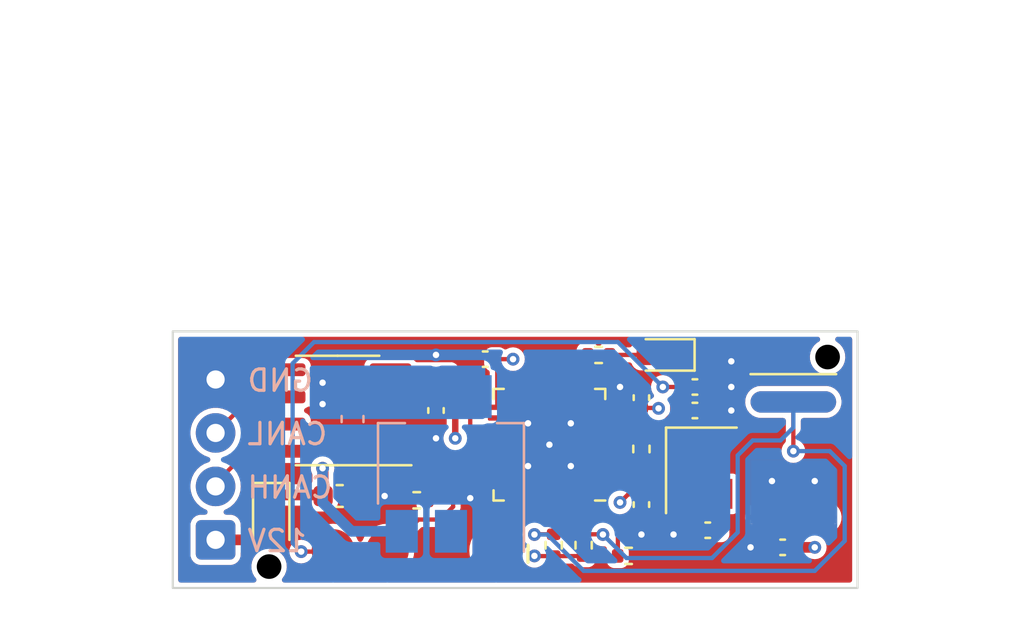
<source format=kicad_pcb>
(kicad_pcb (version 20221018) (generator pcbnew)

  (general
    (thickness 1.6)
  )

  (paper "A4")
  (layers
    (0 "F.Cu" signal)
    (1 "In1.Cu" signal)
    (2 "In2.Cu" signal)
    (31 "B.Cu" signal)
    (32 "B.Adhes" user "B.Adhesive")
    (33 "F.Adhes" user "F.Adhesive")
    (34 "B.Paste" user)
    (35 "F.Paste" user)
    (36 "B.SilkS" user "B.Silkscreen")
    (37 "F.SilkS" user "F.Silkscreen")
    (38 "B.Mask" user)
    (39 "F.Mask" user)
    (40 "Dwgs.User" user "User.Drawings")
    (41 "Cmts.User" user "User.Comments")
    (42 "Eco1.User" user "User.Eco1")
    (43 "Eco2.User" user "User.Eco2")
    (44 "Edge.Cuts" user)
    (45 "Margin" user)
    (46 "B.CrtYd" user "B.Courtyard")
    (47 "F.CrtYd" user "F.Courtyard")
    (48 "B.Fab" user)
    (49 "F.Fab" user)
    (50 "User.1" user)
    (51 "User.2" user)
    (52 "User.3" user)
    (53 "User.4" user)
    (54 "User.5" user)
    (55 "User.6" user)
    (56 "User.7" user)
    (57 "User.8" user)
    (58 "User.9" user)
  )

  (setup
    (stackup
      (layer "F.SilkS" (type "Top Silk Screen"))
      (layer "F.Paste" (type "Top Solder Paste"))
      (layer "F.Mask" (type "Top Solder Mask") (thickness 0.01))
      (layer "F.Cu" (type "copper") (thickness 0.035))
      (layer "dielectric 1" (type "prepreg") (thickness 0.1) (material "FR4") (epsilon_r 4.5) (loss_tangent 0.02))
      (layer "In1.Cu" (type "copper") (thickness 0.035))
      (layer "dielectric 2" (type "core") (thickness 1.24) (material "FR4") (epsilon_r 4.5) (loss_tangent 0.02))
      (layer "In2.Cu" (type "copper") (thickness 0.035))
      (layer "dielectric 3" (type "prepreg") (thickness 0.1) (material "FR4") (epsilon_r 4.5) (loss_tangent 0.02))
      (layer "B.Cu" (type "copper") (thickness 0.035))
      (layer "B.Mask" (type "Bottom Solder Mask") (thickness 0.01))
      (layer "B.Paste" (type "Bottom Solder Paste"))
      (layer "B.SilkS" (type "Bottom Silk Screen"))
      (copper_finish "None")
      (dielectric_constraints no)
    )
    (pad_to_mask_clearance 0)
    (aux_axis_origin 36 49)
    (pcbplotparams
      (layerselection 0x00010fc_ffffffff)
      (plot_on_all_layers_selection 0x0000000_00000000)
      (disableapertmacros false)
      (usegerberextensions true)
      (usegerberattributes false)
      (usegerberadvancedattributes false)
      (creategerberjobfile false)
      (dashed_line_dash_ratio 12.000000)
      (dashed_line_gap_ratio 3.000000)
      (svgprecision 4)
      (plotframeref false)
      (viasonmask false)
      (mode 1)
      (useauxorigin true)
      (hpglpennumber 1)
      (hpglpenspeed 20)
      (hpglpendiameter 15.000000)
      (dxfpolygonmode true)
      (dxfimperialunits true)
      (dxfusepcbnewfont true)
      (psnegative false)
      (psa4output false)
      (plotreference true)
      (plotvalue false)
      (plotinvisibletext false)
      (sketchpadsonfab false)
      (subtractmaskfromsilk true)
      (outputformat 1)
      (mirror false)
      (drillshape 0)
      (scaleselection 1)
      (outputdirectory "gerber")
    )
  )

  (net 0 "")
  (net 1 "+3.3V")
  (net 2 "GND")
  (net 3 "/V_batt_prot")
  (net 4 "/I2C_SDA")
  (net 5 "/I2C_SCL")
  (net 6 "CAN_H")
  (net 7 "CAN_L")
  (net 8 "Net-(U4-Rs)")
  (net 9 "NRST")
  (net 10 "/V_batt")
  (net 11 "SWDIO")
  (net 12 "Net-(U3-PF0)")
  (net 13 "Net-(C10-Pad1)")
  (net 14 "unconnected-(U3-PA1-Pad7)")
  (net 15 "unconnected-(U3-PA2-Pad8)")
  (net 16 "unconnected-(U3-PA4-Pad10)")
  (net 17 "unconnected-(U3-PA5-Pad11)")
  (net 18 "unconnected-(U3-PA6-Pad12)")
  (net 19 "unconnected-(U3-PA7-Pad13)")
  (net 20 "unconnected-(U3-PB1-Pad15)")
  (net 21 "SWCLK")
  (net 22 "unconnected-(U3-PA8-Pad18)")
  (net 23 "unconnected-(U3-PA9-Pad19)")
  (net 24 "unconnected-(U3-PA10-Pad20)")
  (net 25 "unconnected-(U3-PA15-Pad25)")
  (net 26 "unconnected-(U3-PB3-Pad26)")
  (net 27 "unconnected-(U3-PB4-Pad27)")
  (net 28 "unconnected-(U3-PB5-Pad28)")
  (net 29 "/CAN_Tx")
  (net 30 "/CAN_Rx")
  (net 31 "unconnected-(U4-Vref-Pad5)")
  (net 32 "unconnected-(U3-PB8-Pad32)")
  (net 33 "Net-(U3-PF1)")
  (net 34 "Net-(D2-A)")
  (net 35 "Net-(U3-PF11)")
  (net 36 "/STATUS_LED")
  (net 37 "unconnected-(U3-PA0-Pad6)")
  (net 38 "unconnected-(U3-PB2-Pad16)")
  (net 39 "unconnected-(U3-PB0-Pad14)")

  (footprint "Diode_SMD:D_SOD-323" (layer "F.Cu") (at 40.6 45.7 -90))

  (footprint "TTS:JLCPCBA_ToolingHole" (layer "F.Cu") (at 66.6 38.2))

  (footprint "Resistor_SMD:R_0402_1005Metric" (layer "F.Cu") (at 57.3 47.5))

  (footprint "LED_SMD:LED_0603_1608Metric" (layer "F.Cu") (at 58.9 38.1 180))

  (footprint "Resistor_SMD:R_0402_1005Metric" (layer "F.Cu") (at 55.9 38.1))

  (footprint "Capacitor_SMD:C_0402_1005Metric" (layer "F.Cu") (at 50.6 38.3 180))

  (footprint "Capacitor_SMD:C_0402_1005Metric" (layer "F.Cu") (at 57.9 45.1 -90))

  (footprint "Resistor_SMD:R_0402_1005Metric" (layer "F.Cu") (at 53.8 47 90))

  (footprint "Resistor_SMD:R_0402_1005Metric" (layer "F.Cu") (at 47.4 44.9 180))

  (footprint "Capacitor_SMD:C_0402_1005Metric" (layer "F.Cu") (at 60.4 40.7))

  (footprint "Capacitor_SMD:C_0402_1005Metric" (layer "F.Cu") (at 48.3 40.7 -90))

  (footprint "Crystal:Crystal_SMD_3225-4Pin_3.2x2.5mm" (layer "F.Cu") (at 60.7 43.5 -90))

  (footprint "Capacitor_SMD:C_0402_1005Metric" (layer "F.Cu") (at 57.9 40.1 90))

  (footprint "Resistor_SMD:R_0402_1005Metric" (layer "F.Cu") (at 57.9 42.5 -90))

  (footprint "TTS:JLCPCBA_ToolingHole" (layer "F.Cu") (at 40.5 48))

  (footprint "Capacitor_SMD:C_0402_1005Metric" (layer "F.Cu") (at 60.4 39.6 180))

  (footprint "Resistor_SMD:R_0402_1005Metric" (layer "F.Cu") (at 55.2 47 90))

  (footprint "Capacitor_SMD:C_0402_1005Metric" (layer "F.Cu") (at 61 46.3))

  (footprint "Connector_Wire:SolderWire-0.25sqmm_1x04_P4.2mm_D0.65mm_OD1.7mm" (layer "F.Cu") (at 38 46.75 90))

  (footprint "TTS:SWD_Clamp_4p" (layer "F.Cu") (at 47.3 47.25 180))

  (footprint "Package_DFN_QFN:QFN-32-1EP_5x5mm_P0.5mm_EP3.45x3.45mm" (layer "F.Cu") (at 53.6 42.3 180))

  (footprint "Capacitor_SMD:C_0402_1005Metric" (layer "F.Cu") (at 64.5 47.1 180))

  (footprint "TTS:TO-39_sidemount" (layer "F.Cu") (at 65 43))

  (footprint "Package_SO:SOIC-8_3.9x4.9mm_P1.27mm" (layer "F.Cu") (at 43.7 40.7 180))

  (footprint "Capacitor_SMD:C_0603_1608Metric" (layer "F.Cu") (at 43.8 44.7))

  (footprint "Capacitor_SMD:C_0603_1608Metric" (layer "B.Cu") (at 44.4 41.1 -90))

  (footprint "Package_TO_SOT_SMD:SOT-223-3_TabPin2" (layer "B.Cu") (at 49 43.2 90))

  (gr_line (start 52.6 47) (end 52.6 47.8)
    (stroke (width 0.15) (type default)) (layer "F.SilkS") (tstamp 55808fa4-8008-4475-bcd8-6a6cc44d2afd))
  (gr_line (start 28 41.5) (end 30 44.5)
    (stroke (width 0.15) (type default)) (layer "Dwgs.User") (tstamp 0e0ef4d0-858f-458f-b9f5-f114ec86cab8))
  (gr_line (start 38 41.5) (end 28 41.5)
    (stroke (width 0.15) (type default)) (layer "Dwgs.User") (tstamp 28f2622f-68fc-4233-97a2-5285cc94ab3e))
  (gr_rect (start 58 37) (end 68 49)
    (stroke (width 0.15) (type default)) (fill none) (layer "Dwgs.User") (tstamp 7a50e2d5-f172-4ff7-93ce-0df3d314d3f9))
  (gr_rect (start 38 38) (end 40 48)
    (stroke (width 0.15) (type default)) (fill none) (layer "Dwgs.User") (tstamp b5332dcf-311d-4987-90b3-39adce581129))
  (gr_rect (start 40 36) (end 58 50)
    (stroke (width 0.15) (type default)) (fill none) (layer "Dwgs.User") (tstamp c3676731-7a8b-44b1-a927-06d259cf2387))
  (gr_line (start 38 44.5) (end 30 44.5)
    (stroke (width 0.15) (type default)) (layer "Dwgs.User") (tstamp c44ceeda-9d60-43fe-b259-9409e7a1f30b))
  (gr_rect (start 36 37) (end 68 49)
    (stroke (width 0.1) (type default)) (fill none) (layer "Edge.Cuts") (tstamp 2efa5daf-ee1c-45b7-819a-0f52d7077a7b))
  (gr_text "GND" (at 39.4 39.3) (layer "B.SilkS") (tstamp 0c70a9da-5b96-4796-a69b-c1f976f92ed8)
    (effects (font (size 1 1) (thickness 0.15)) (justify right mirror))
  )
  (gr_text "CANL" (at 39.4 41.8) (layer "B.SilkS") (tstamp 25a88fdd-0159-493d-bae3-52766d65bc35)
    (effects (font (size 1 1) (thickness 0.15)) (justify right mirror))
  )
  (gr_text "CANH" (at 39.4 44.3) (layer "B.SilkS") (tstamp f103fb0d-dda1-4df8-afc3-bc575d946d77)
    (effects (font (size 1 1) (thickness 0.15)) (justify right mirror))
  )
  (gr_text "12V" (at 39.4 46.8) (layer "B.SilkS") (tstamp f2ab77e9-9521-4a97-a27f-febf04a65bd7)
    (effects (font (size 1 1) (thickness 0.15)) (justify right mirror))
  )
  (dimension (type aligned) (layer "Cmts.User") (tstamp 22e92451-26fa-478d-bb6d-f81bb662ec97)
    (pts (xy 68 37) (xy 68 49))
    (height -4)
    (gr_text "12,0000 mm" (at 70.85 43 90) (layer "Cmts.User") (tstamp 22e92451-26fa-478d-bb6d-f81bb662ec97)
      (effects (font (size 1 1) (thickness 0.15)))
    )
    (format (prefix "") (suffix "") (units 3) (units_format 1) (precision 4))
    (style (thickness 0.15) (arrow_length 1.27) (text_position_mode 0) (extension_height 0.58642) (extension_offset 0.5) keep_text_aligned)
  )
  (dimension (type aligned) (layer "Cmts.User") (tstamp 6bc665b3-fae1-461a-b40b-9a39b6797c7e)
    (pts (xy 40 37) (xy 68 37))
    (height -7)
    (gr_text "28,0000 mm" (at 54 28.85) (layer "Cmts.User") (tstamp 6bc665b3-fae1-461a-b40b-9a39b6797c7e)
      (effects (font (size 1 1) (thickness 0.15)))
    )
    (format (prefix "") (suffix "") (units 3) (units_format 1) (precision 4))
    (style (thickness 0.15) (arrow_length 1.27) (text_position_mode 0) (extension_height 0.58642) (extension_offset 0.5) keep_text_aligned)
  )
  (dimension (type aligned) (layer "Cmts.User") (tstamp 96824218-8504-4558-b4af-643078df2060)
    (pts (xy 68 37) (xy 36 37))
    (height 13.5)
    (gr_text "32,0000 mm" (at 52 22.35) (layer "Cmts.User") (tstamp 96824218-8504-4558-b4af-643078df2060)
      (effects (font (size 1 1) (thickness 0.15)))
    )
    (format (prefix "") (suffix "") (units 3) (units_format 1) (precision 4))
    (style (thickness 0.15) (arrow_length 1.27) (text_position_mode 0) (extension_height 0.58642) (extension_offset 0.5) keep_text_aligned)
  )

  (segment (start 58.68 40.58) (end 58.7 40.6) (width 0.2) (layer "F.Cu") (net 1) (tstamp 049052c4-e169-4628-8fed-e70c50dbc56d))
  (segment (start 57.28 44.62) (end 56.9 45) (width 0.2) (layer "F.Cu") (net 1) (tstamp 0eb0e29d-7de0-4795-9477-0ce756f18e1c))
  (segment (start 51.1625 38.3825) (end 51.08 38.3) (width 0.2) (layer "F.Cu") (net 1) (tstamp 1ab441a9-29f1-4b34-b43f-e6f9d564864c))
  (segment (start 48.145 40.065) (end 48.3 40.22) (width 0.2) (layer "F.Cu") (net 1) (tstamp 1c71cb45-c9d7-49ea-afce-7aedad6d2f52))
  (segment (start 48.28 40.2) (end 46.31 40.2) (width 0.3) (layer "F.Cu") (net 1) (tstamp 1e208fcb-aa26-47c4-880d-c7eb8a3cd40d))
  (segment (start 57.9 40.58) (end 58.68 40.58) (width 0.2) (layer "F.Cu") (net 1) (tstamp 21409000-8cf2-420c-9502-968e54583692))
  (segment (start 46.31 40.2) (end 46.175 40.065) (width 0.2) (layer "F.Cu") (net 1) (tstamp 28078072-e754-4db2-a5ad-c536116b9429))
  (segment (start 52.91 47.51) (end 52.9 47.5) (width 0.2) (layer "F.Cu") (net 1) (tstamp 2e725d35-d065-4f35-ad38-b8f6c0825248))
  (segment (start 56.8 41) (end 56.8 41.737652) (width 0.2) (layer "F.Cu") (net 1) (tstamp 304cdeba-cda5-4f77-a223-971d075aee5c))
  (segment (start 56.0375 44.05) (end 57.33 44.05) (width 0.2) (layer "F.Cu") (net 1) (tstamp 432ec908-df78-43a4-bb6e-03013f84bcfc))
  (segment (start 51.08 38.3) (end 51.9 38.3) (width 0.2) (layer "F.Cu") (net 1) (tstamp 4d72d5cd-d4f9-42ba-90ab-11beaef178a0))
  (segment (start 49.2 42) (end 49.2 40.6) (width 0.3) (layer "F.Cu") (net 1) (tstamp 54d70b11-c036-4356-8df8-03d72e5449c4))
  (segment (start 56.8 41.737652) (end 56.487652 42.05) (width 0.2) (layer "F.Cu") (net 1) (tstamp 5c5930ca-a35b-43ea-9109-ce672355dcc7))
  (segment (start 64.98 47.1) (end 64.98 45.72) (width 0.5) (layer "F.Cu") (net 1) (tstamp 61c6b985-5580-4099-8bd4-6ce3899932c0))
  (segment (start 57.9 44.62) (end 57.28 44.62) (width 0.2) (layer "F.Cu") (net 1) (tstamp 68a13ffb-5bd0-4576-80d3-39c3d9c49789))
  (segment (start 51.1625 40.55) (end 51.1625 38.3825) (width 0.2) (layer "F.Cu") (net 1) (tstamp 758f29d3-5bf3-4ded-9b97-01e0c09b9224))
  (segment (start 48.3 40.22) (end 48.28 40.2) (width 0.2) (layer "F.Cu") (net 1) (tstamp 7bd71759-35b7-4dfd-a628-007ea05ebcef))
  (segment (start 57.33 44.05) (end 57.9 44.62) (width 0.2) (layer "F.Cu") (net 1) (tstamp 8ebd2207-7126-4497-bada-bf40ecb595a1))
  (segment (start 64.98 45.72) (end 65 45.7) (width 0.2) (layer "F.Cu") (net 1) (tstamp 9e7a74c1-497d-45d4-8753-7ec89bd90acc))
  (segment (start 56.487652 42.05) (end 56.0375 42.05) (width 0.2) (layer "F.Cu") (net 1) (tstamp a205c61b-dd53-4c2b-8c20-caf5b77a213b))
  (segment (start 64.98 47.1) (end 66 47.1) (width 0.5) (layer "F.Cu") (net 1) (tstamp aad60f3f-b51c-4d3b-b2e0-91a6c96e175f))
  (segment (start 57.22 40.58) (end 56.8 41) (width 0.2) (layer "F.Cu") (net 1) (tstamp b8bdd05e-7af0-41b9-bad3-9685d4a39fa4))
  (segment (start 53.8 47.51) (end 55.2 47.51) (width 0.2) (layer "F.Cu") (net 1) (tstamp bf5bd5ae-bdcd-4072-90bf-1ed94430e085))
  (segment (start 53.8 47.51) (end 52.91 47.51) (width 0.2) (layer "F.Cu") (net 1) (tstamp c12efe9c-0187-4ff9-86b1-06485eb774fe))
  (segment (start 57.9 40.58) (end 57.22 40.58) (width 0.2) (layer "F.Cu") (net 1) (tstamp d1cc8c90-171a-43c1-b020-cfb17e92f8a0))
  (segment (start 49.2 40.6) (end 48.82 40.22) (width 0.3) (layer "F.Cu") (net 1) (tstamp da9ef728-a26d-42ea-955c-7d1668f4f39a))
  (segment (start 48.82 40.22) (end 48.3 40.22) (width 0.3) (layer "F.Cu") (net 1) (tstamp dbebec58-2f9f-4aa4-b9c7-37ac7985d764))
  (via (at 43 40.4) (size 0.6) (drill 0.3) (layers "F.Cu" "B.Cu") (free) (net 1) (tstamp 3a0bae75-42c6-46c7-9897-8af4df0bc875))
  (via (at 43 39.4) (size 0.6) (drill 0.3) (layers "F.Cu" "B.Cu") (free) (net 1) (tstamp 73d6428c-db09-4f55-9ce3-045ce5f9414b))
  (via (at 52.9 47.5) (size 0.6) (drill 0.3) (layers "F.Cu" "B.Cu") (net 1) (tstamp 7849997a-d707-4284-85d0-24094c4bab6a))
  (via (at 51.9 38.3) (size 0.6) (drill 0.3) (layers "F.Cu" "B.Cu") (net 1) (tstamp 8206848e-7243-48fb-bf82-b3acacaf0c87))
  (via (at 49.2 42) (size 0.6) (drill 0.3) (layers "F.Cu" "B.Cu") (net 1) (tstamp cf00ed8d-84e6-41a7-b05d-c09a5fe8a083))
  (via (at 58.7 40.6) (size 0.6) (drill 0.3) (layers "F.Cu" "B.Cu") (net 1) (tstamp d75eff09-7968-433b-ac56-53ac7e713996))
  (via (at 56.9 45) (size 0.6) (drill 0.3) (layers "F.Cu" "B.Cu") (net 1) (tstamp eff637f6-2511-4896-96d1-e055c81d009f))
  (via (at 66 47.1) (size 0.6) (drill 0.3) (layers "F.Cu" "B.Cu") (net 1) (tstamp f2ea1474-f6cc-424b-972d-a8bfbfa5952c))
  (segment (start 48.28 41.2) (end 46.31 41.2) (width 0.3) (layer "F.Cu") (net 2) (tstamp 1c52ad8e-63b3-4df6-9a13-c95202fc149d))
  (segment (start 48.3 41.18) (end 48.3 42) (width 0.3) (layer "F.Cu") (net 2) (tstamp 3c8ece5d-d28a-465c-95ec-b853726ff4e8))
  (segment (start 48.145 41.335) (end 48.3 41.18) (width 0.2) (layer "F.Cu") (net 2) (tstamp 57801d85-8c14-40b9-a36c-25cfdb247aa2))
  (segment (start 56.92 39.62) (end 56.9 39.6) (width 0.2) (layer "F.Cu") (net 2) (tstamp 657ed36e-c658-499f-80ad-7fda55e061a7))
  (segment (start 46.31 41.2) (end 46.175 41.335) (width 0.2) (layer "F.Cu") (net 2) (tstamp 91957bb9-1567-4bed-9629-2560e011f422))
  (segment (start 48.3 41.18) (end 48.28 41.2) (width 0.2) (layer "F.Cu") (net 2) (tstamp c3630c3b-9a27-4045-98b7-c325762220be))
  (segment (start 57.9 39.62) (end 56.92 39.62) (width 0.2) (layer "F.Cu") (net 2) (tstamp f096ceee-af13-4a24-9bfc-beeaf04ba369))
  (via (at 66 44) (size 0.6) (drill 0.3) (layers "F.Cu" "B.Cu") (free) (net 2) (tstamp 1a20e3f9-857b-4ede-9b76-06c797c0f26a))
  (via (at 62.1 39.6) (size 0.6) (drill 0.3) (layers "F.Cu" "B.Cu") (free) (net 2) (tstamp 2986040e-8957-4c72-b37e-ed1e5e95c6ac))
  (via (at 45.9 44.7) (size 0.6) (drill 0.3) (layers "F.Cu" "B.Cu") (free) (net 2) (tstamp 315436cf-7e63-4b5c-9900-1a849de72364))
  (via (at 52.6 41.3) (size 0.6) (drill 0.3) (layers "F.Cu" "B.Cu") (net 2) (tstamp 3fef9766-6ad7-4959-8289-6754f9b364e8))
  (via (at 53.6 42.3) (size 0.6) (drill 0.3) (layers "F.Cu" "B.Cu") (net 2) (tstamp 42522a25-095c-48b7-91c3-ed30e5800faf))
  (via (at 63 47.1) (size 0.6) (drill 0.3) (layers "F.Cu" "B.Cu") (free) (net 2) (tstamp 45f6f684-646f-44d2-bcdc-bfbb140621be))
  (via (at 64 44) (size 0.6) (drill 0.3) (layers "F.Cu" "B.Cu") (free) (net 2) (tstamp 48469a5b-d3af-497a-98d4-26e6b1bd420c))
  (via (at 57.9 46.5) (size 0.6) (drill 0.3) (layers "F.Cu" "B.Cu") (free) (net 2) (tstamp 55167001-5a01-4ff4-9668-266ca95d1fbb))
  (via (at 52.6 43.3) (size 0.6) (drill 0.3) (layers "F.Cu" "B.Cu") (net 2) (tstamp 611e5cd0-927a-4726-9a8e-46707aa49900))
  (via (at 62.1 40.7) (size 0.6) (drill 0.3) (layers "F.Cu" "B.Cu") (free) (net 2) (tstamp 825135f5-fbf2-4822-a6f4-6357c91fc6a3))
  (via (at 54.6 41.3) (size 0.6) (drill 0.3) (layers "F.Cu" "B.Cu") (net 2) (tstamp 860c3eb5-b08c-4fcb-b42d-1238df7bd8f4))
  (via (at 62.1 38.4) (size 0.6) (drill 0.3) (layers "F.Cu" "B.Cu") (free) (net 2) (tstamp 8c06771b-f44a-40b3-872e-92162546d892))
  (via (at 48.3 38.1) (size 0.6) (drill 0.3) (layers "F.Cu" "B.Cu") (free) (net 2) (tstamp 9f6e95a5-1912-4951-8a98-ac17c2ea0706))
  (via (at 56.9 39.6) (size 0.6) (drill 0.3) (layers "F.Cu" "B.Cu") (net 2) (tstamp b1b4bc7c-d3d6-45c3-a7a4-6e73f9aecdf2))
  (via (at 49.9 44.8) (size 0.6) (drill 0.3) (layers "F.Cu" "B.Cu") (free) (net 2) (tstamp b7f883d9-7003-47a6-98ca-55314e96d632))
  (via (at 54.6 43.3) (size 0.6) (drill 0.3) (layers "F.Cu" "B.Cu") (net 2) (tstamp b9eb43ce-d768-4618-bfe0-4761e2bac2bf))
  (via (at 59.4 46.5) (size 0.6) (drill 0.3) (layers "F.Cu" "B.Cu") (free) (net 2) (tstamp bbe61dbc-cfc8-4d19-a71d-170fb8241c53))
  (via (at 48.3 42) (size 0.6) (drill 0.3) (layers "F.Cu" "B.Cu") (net 2) (tstamp cc321629-b96e-410c-9503-fdac58a077a0))
  (segment (start 43.025 44.7) (end 43.025 43.425) (width 0.5) (layer "F.Cu") (net 3) (tstamp 61797294-6787-484b-a790-ed7224282765))
  (segment (start 42.975 44.65) (end 43.025 44.7) (width 0.2) (layer "F.Cu") (net 3) (tstamp 754b8492-3d34-4a2a-a7c8-712f38a17812))
  (segment (start 40.6 44.65) (end 42.975 44.65) (width 0.5) (layer "F.Cu") (net 3) (tstamp 87ceda8d-1744-4bdf-8c6d-7c191700a839))
  (segment (start 43.025 43.425) (end 43 43.4) (width 0.2) (layer "F.Cu") (net 3) (tstamp c58ef4cd-84c7-458f-b06f-ffd3cbabf7c8))
  (via (at 43 43.4) (size 0.6) (drill 0.3) (layers "F.Cu" "B.Cu") (net 3) (tstamp c4cf9356-bbe6-480a-99a6-2389af7e3a5c))
  (segment (start 43 45) (end 44.35 46.35) (width 0.5) (layer "B.Cu") (net 3) (tstamp bc34d860-d9d7-4fc8-8601-578d1172bce4))
  (segment (start 44.35 46.35) (end 46.7 46.35) (width 0.5) (layer "B.Cu") (net 3) (tstamp e00fe2da-e7d3-4aca-b88c-d8220c012636))
  (segment (start 43 43.4) (end 43 45) (width 0.5) (layer "B.Cu") (net 3) (tstamp e56fe228-38c4-4049-aa89-c48d70a12848))
  (segment (start 54.35 45.65) (end 54.35 44.7375) (width 0.2) (layer "F.Cu") (net 4) (tstamp 149d22fc-3441-43a3-becc-4bbfc19a53a9))
  (segment (start 54.5 46.3) (end 54.5 45.8) (width 0.2) (layer "F.Cu") (net 4) (tstamp 3f13d7bf-9419-4a35-83e9-1a572d3ff23c))
  (segment (start 55.2 46.49) (end 56.09 46.49) (width 0.2) (layer "F.Cu") (net 4) (tstamp 55eac06a-7b5b-4d5b-99fb-46e556fe273f))
  (segment (start 56.09 46.49) (end 56.1 46.5) (width 0.2) (layer "F.Cu") (net 4) (tstamp 63995c36-3476-4b8e-973c-3bb1b7b0b9a8))
  (segment (start 54.69 46.49) (end 54.5 46.3) (width 0.2) (layer "F.Cu") (net 4) (tstamp 6c3a4bde-9b33-4ef6-b02d-0e1626681de1))
  (segment (start 54.5 45.8) (end 54.35 45.65) (width 0.2) (layer "F.Cu") (net 4) (tstamp 7873300a-3dfd-40c3-a88b-954011005cd2))
  (segment (start 55.2 46.49) (end 54.69 46.49) (width 0.2) (layer "F.Cu") (net 4) (tstamp ba323132-a696-4417-8143-9de7ba590b48))
  (via (at 56.1 46.5) (size 0.6) (drill 0.3) (layers "F.Cu" "B.Cu") (net 4) (tstamp 2b3b898e-b6eb-4193-9a91-80266a2c38db))
  (segment (start 63.1 42.1) (end 64.4 42.1) (width 0.2) (layer "B.Cu") (net 4) (tstamp 2cccf5a1-3a51-4199-b6b1-ed7ab9e9a948))
  (segment (start 62.4 42.8) (end 63.1 42.1) (width 0.2) (layer "B.Cu") (net 4) (tstamp 37d0cdf6-eaf3-435a-985a-fd7eb5a6b623))
  (segment (start 65 41.5) (end 65 40.3) (width 0.2) (layer "B.Cu") (net 4) (tstamp 44035141-fba6-47fd-90bc-5d263b67fd23))
  (segment (start 64.4 42.1) (end 65 41.5) (width 0.2) (layer "B.Cu") (net 4) (tstamp 8f7f8e44-9b40-466c-bd54-39de0bdc9cfa))
  (segment (start 61.2 47.6) (end 62.4 46.4) (width 0.2) (layer "B.Cu") (net 4) (tstamp b999cc6a-e9a1-4f3b-bbe2-1b296b843ce0))
  (segment (start 62.4 46.4) (end 62.4 42.8) (width 0.2) (layer "B.Cu") (net 4) (tstamp d2bf710c-12e5-4a4c-89f4-1266e6381421))
  (segment (start 57.2 47.6) (end 61.2 47.6) (width 0.2) (layer "B.Cu") (net 4) (tstamp e5f07a2d-074e-4320-9eaf-77ccc116dda7))
  (segment (start 56.1 46.5) (end 57.2 47.6) (width 0.2) (layer "B.Cu") (net 4) (tstamp f0959fbf-3e9f-4dd2-944a-0e81204eb2f7))
  (segment (start 52.91 46.49) (end 52.9 46.5) (width 0.2) (layer "F.Cu") (net 5) (tstamp 61c8a386-ff1f-4057-aec0-fcb9e293c29d))
  (segment (start 53.8 46.49) (end 52.91 46.49) (width 0.2) (layer "F.Cu") (net 5) (tstamp cf9452cc-b160-426a-a55c-276a06c6f3b4))
  (segment (start 65 42.6) (end 65 40.3) (width 0.2) (layer "F.Cu") (net 5) (tstamp d8880ddf-1af9-4545-8514-e953e4c08fce))
  (segment (start 53.85 44.7375) (end 53.85 46.44) (width 0.2) (layer "F.Cu") (net 5) (tstamp e7e9eda9-2bc0-44ca-8a81-f48c66db0c5d))
  (segment (start 53.85 46.44) (end 53.8 46.49) (width 0.2) (layer "F.Cu") (net 5) (tstamp ecd9a45c-ac10-43fa-be3f-6d1696f40b62))
  (via (at 65 42.6) (size 0.6) (drill 0.3) (layers "F.Cu" "B.Cu") (net 5) (tstamp aafeb046-3712-45b6-94f4-86fe1bc2764a))
  (via (at 52.9 46.5) (size 0.6) (drill 0.3) (layers "F.Cu" "B.Cu") (net 5) (tstamp c37e5791-3efd-4e8b-bb77-150a6ccd7528))
  (segment (start 52.9 46.5) (end 53.5 46.5) (width 0.2) (layer "B.Cu") (net 5) (tstamp 39846b12-2772-4858-a6e7-ca7b6e987458))
  (segment (start 55.2 48.2) (end 66 48.2) (width 0.2) (layer "B.Cu") (net 5) (tstamp 8415db8d-19f7-48c8-8f03-ef868d26418a))
  (segment (start 66 48.2) (end 67.4 46.8) (width 0.2) (layer "B.Cu") (net 5) (tstamp 9ce142db-04b9-454e-849f-fe684aebcae9))
  (segment (start 66.7 42.6) (end 65 42.6) (width 0.2) (layer "B.Cu") (net 5) (tstamp b1f34cbc-6ae9-4aa9-9b62-3f54a8369df6))
  (segment (start 67.4 43.3) (end 66.7 42.6) (width 0.2) (layer "B.Cu") (net 5) (tstamp ba5ffdb2-2d2e-4d03-a202-99013a06d7f6))
  (segment (start 67.4 46.8) (end 67.4 43.3) (width 0.2) (layer "B.Cu") (net 5) (tstamp c0f5aabc-83de-4a5d-a421-2ae9639a38c9))
  (segment (start 53.5 46.5) (end 55.2 48.2) (width 0.2) (layer "B.Cu") (net 5) (tstamp ded7cf3b-2dbb-46af-8c63-1edf9c8312a1))
  (segment (start 38 44.25) (end 38 44.1) (width 0.2) (layer "F.Cu") (net 6) (tstamp 0026d0c7-9c88-400d-a5fc-7535c2f757e7))
  (segment (start 39.5 41.7) (end 39.865 41.335) (width 0.2) (layer "F.Cu") (net 6) (tstamp 0720ec33-7ee3-47bb-a371-c80c07c19431))
  (segment (start 39.5 42.6) (end 39.5 41.7) (width 0.2) (layer "F.Cu") (net 6) (tstamp 66ea3f73-84b4-484c-a0c7-d2b0c76aa8b0))
  (segment (start 39.865 41.335) (end 41.225 41.335) (width 0.2) (layer "F.Cu") (net 6) (tstamp c677cb29-ea94-43fd-afc5-717a0cd2f574))
  (segment (start 38 44.1) (end 39.5 42.6) (width 0.2) (layer "F.Cu") (net 6) (tstamp cd9fa695-a65d-4f6c-99ed-09388d80dbb7))
  (segment (start 39.685 40.065) (end 41.225 40.065) (width 0.2) (layer "F.Cu") (net 7) (tstamp 3b000e26-1ef6-416d-bae7-45e6c9f2a9f9))
  (segment (start 38 41.75) (end 39.685 40.065) (width 0.2) (layer "F.Cu") (net 7) (tstamp 82b5ae7e-bb2c-4db1-9c85-c4c20297c1ce))
  (segment (start 47.4 43.5) (end 47.9 44) (width 0.2) (layer "F.Cu") (net 8) (tstamp 0f25d38b-efc1-4119-83c6-3f85e8ab90ba))
  (segment (start 47.9 44.89) (end 47.91 44.9) (width 0.2) (layer "F.Cu") (net 8) (tstamp 524db212-a884-47a9-9e58-e2af57f23d1f))
  (segment (start 44.005 42.605) (end 44.9 43.5) (width 0.2) (layer "F.Cu") (net 8) (tstamp 95969f6c-e5b5-43de-bad9-38ad5a9fb16a))
  (segment (start 41.225 42.605) (end 44.005 42.605) (width 0.2) (layer "F.Cu") (net 8) (tstamp d3181701-f200-4e96-93f2-d253b8c8516c))
  (segment (start 47.9 44) (end 47.9 44.89) (width 0.2) (layer "F.Cu") (net 8) (tstamp e305e1b5-0448-4a00-b83a-c42290f3eecc))
  (segment (start 44.9 43.5) (end 47.4 43.5) (width 0.2) (layer "F.Cu") (net 8) (tstamp ec443284-4b2e-4a49-9a6c-c6809deee2c7))
  (segment (start 59.34 40.86) (end 58.9 41.3) (width 0.2) (layer "F.Cu") (net 9) (tstamp 238f711f-732e-479b-b406-164686d19e26))
  (segment (start 59.92 39.6) (end 59.34 40.18) (width 0.2) (layer "F.Cu") (net 9) (tstamp 30765f65-95da-4fda-b7fb-86987d28853d))
  (segment (start 42 47.3) (end 43.44 47.3) (width 0.2) (layer "F.Cu") (net 9) (tstamp 3d10af22-5565-4685-b653-54afcd31172e))
  (segment (start 57.2 41.6) (end 57.2 42.2) (width 0.2) (layer "F.Cu") (net 9) (tstamp 4d19ad00-d166-4851-8494-0254a0b1ef8b))
  (segment (start 57.2 42.2) (end 56.85 42.55) (width 0.2) (layer "F.Cu") (net 9) (tstamp 5200c5c5-fddc-4169-a75b-919eac0031ee))
  (segment (start 59.92 39.6) (end 58.9 39.6) (width 0.2) (layer "F.Cu") (net 9) (tstamp 5b92a0f3-59c1-4e77-a682-1407324d4083))
  (segment (start 59.34 40.18) (end 59.34 40.86) (width 0.2) (layer "F.Cu") (net 9) (tstamp 81670eff-ddf9-4a48-890d-12127ac59ac2))
  (segment (start 43.44 47.3) (end 43.49 47.25) (width 0.2) (layer "F.Cu") (net 9) (tstamp 845bcb7c-c7e5-419a-b491-e0d5023ef6f6))
  (segment (start 57.5 41.3) (end 57.2 41.6) (width 0.2) (layer "F.Cu") (net 9) (tstamp 94cc4139-98d1-4f49-a654-09b7b1a2c7ff))
  (segment (start 56.85 42.55) (end 56.0375 42.55) (width 0.2) (layer "F.Cu") (net 9) (tstamp 9905eb03-5293-4848-a68d-ec2629d89f2e))
  (segment (start 58.9 41.3) (end 57.5 41.3) (width 0.2) (layer "F.Cu") (net 9) (tstamp d346e577-8f2d-4932-93be-8e9f52e9b2a2))
  (via (at 58.9 39.6) (size 0.6) (drill 0.3) (layers "F.Cu" "B.Cu") (net 9) (tstamp 030b74d3-7e60-4135-9ea2-29ee9df7f533))
  (via (at 42 47.3) (size 0.6) (drill 0.3) (layers "F.Cu" "B.Cu") (net 9) (tstamp 89f366b3-8d25-45a6-a093-7eac89157349))
  (segment (start 56.8 37.5) (end 47.3 37.5) (width 0.2) (layer "B.Cu") (net 9) (tstamp 01f1f311-caad-4ed3-9b10-d1a56c16cbc2))
  (segment (start 58.9 39.6) (end 56.8 37.5) (width 0.2) (layer "B.Cu") (net 9) (tstamp 252a6c2b-7552-4f75-a6de-322ddefe2e7f))
  (segment (start 41.6 46.9) (end 42 47.3) (width 0.2) (layer "B.Cu") (net 9) (tstamp 6515b6d4-4742-4399-8159-7c36d730a17a))
  (segment (start 47.3 37.5) (end 42.6 37.5) (width 0.2) (layer "B.Cu") (net 9) (tstamp 9a18d1f0-48d0-4361-9f19-117f0e28507d))
  (segment (start 42.6 37.5) (end 41.6 38.5) (width 0.2) (layer "B.Cu") (net 9) (tstamp 9b58e20b-ba00-4b7d-9d80-50c1d2b4be84))
  (segment (start 41.6 38.5) (end 41.6 46.9) (width 0.2) (layer "B.Cu") (net 9) (tstamp f881dba5-e54c-4068-ba4d-c477826ce2f1))
  (segment (start 38 46.75) (end 40.6 46.75) (width 0.5) (layer "F.Cu") (net 10) (tstamp c7d57860-332e-4c63-b595-52776855be5b))
  (segment (start 47.48 45.8) (end 48.5 45.8) (width 0.2) (layer "F.Cu") (net 11) (tstamp 16913c5c-b4d3-436e-bb21-ec78e0bf1f9f))
  (segment (start 49.1 44.2) (end 49.75 43.55) (width 0.2) (layer "F.Cu") (net 11) (tstamp 20bdcba6-ae01-49c3-a773-3cd0da917e41))
  (segment (start 48.5 45.8) (end 49.1 45.2) (width 0.2) (layer "F.Cu") (net 11) (tstamp 36361f6c-1848-4cde-9da9-b39f948c20d0))
  (segment (start 49.75 43.55) (end 51.1625 43.55) (width 0.2) (layer "F.Cu") (net 11) (tstamp e59dd5fb-fc6d-494f-a101-aa34459e43ad))
  (segment (start 46.03 47.25) (end 47.48 45.8) (width 0.2) (layer "F.Cu") (net 11) (tstamp f40c14e4-48fe-499a-b424-20754e4a6ef5))
  (segment (start 49.1 45.2) (end 49.1 44.2) (width 0.2) (layer "F.Cu") (net 11) (tstamp f6102d96-f5ca-4faa-8099-beb7238abaa9))
  (segment (start 56.0375 43.55) (end 56.0675 43.58) (width 0.2) (layer "F.Cu") (net 12) (tstamp 8404537c-cb23-46f3-b73b-cc59cd74b15d))
  (segment (start 60.63 43.58) (end 61.55 44.5) (width 0.2) (layer "F.Cu") (net 12) (tstamp ba537a9d-ff9e-432b-a830-c8decc76ed30))
  (segment (start 61.55 44.5) (end 61.55 44.6) (width 0.2) (layer "F.Cu") (net 12) (tstamp c81f8bb7-70ea-4b3b-83ad-ed403322bb5f))
  (segment (start 61.48 44.67) (end 61.55 44.6) (width 0.2) (layer "F.Cu") (net 12) (tstamp de9e7d85-790d-404f-93f9-10323782ba14))
  (segment (start 61.48 46.3) (end 61.48 44.67) (width 0.2) (layer "F.Cu") (net 12) (tstamp e5ef1d10-9bea-4817-ab86-4748bf4dfe81))
  (segment (start 56.0675 43.58) (end 60.63 43.58) (width 0.2) (layer "F.Cu") (net 12) (tstamp fce61d15-01d6-4597-8e37-6ca2505ed5fa))
  (segment (start 58.6 42) (end 57.91 42) (width 0.2) (layer "F.Cu") (net 13) (tstamp 44822ef9-6759-4b0f-bfac-59408cb6f990))
  (segment (start 59 42.4) (end 58.6 42) (width 0.2) (layer "F.Cu") (net 13) (tstamp 4607bee8-9af4-450e-99ed-687616e109d5))
  (segment (start 59.92 42.33) (end 59.85 42.4) (width 0.2) (layer "F.Cu") (net 13) (tstamp 9750b5a4-9f0b-4b3d-9637-35bb8426f039))
  (segment (start 59.92 40.7) (end 59.92 42.33) (width 0.2) (layer "F.Cu") (net 13) (tstamp 9a97abeb-4d7f-45b9-b4c9-205d31820703))
  (segment (start 59.85 42.4) (end 59 42.4) (width 0.2) (layer "F.Cu") (net 13) (tstamp dd9dffa9-d13c-4aa2-8cb1-7602f4d8d929))
  (segment (start 57.91 42) (end 57.9 41.99) (width 0.2) (layer "F.Cu") (net 13) (tstamp f0c31926-a6f5-411a-b95c-82de7efa0eeb))
  (segment (start 51.11 44.1025) (end 51.11 47.25) (width 0.2) (layer "F.Cu") (net 21) (tstamp c1d5a3a4-d7ce-4966-a88c-b64324ad24d3))
  (segment (start 51.1625 44.05) (end 51.11 44.1025) (width 0.2) (layer "F.Cu") (net 21) (tstamp df389e41-d6af-463b-a37b-440660c875db))
  (segment (start 51.1625 43.05) (end 48.05 43.05) (width 0.2) (layer "F.Cu") (net 29) (tstamp 47210324-2c83-4faf-9ef2-2d0c4f1379ad))
  (segment (start 46.18 42.6) (end 46.175 42.605) (width 0.2) (layer "F.Cu") (net 29) (tstamp 4ed2ae80-94ef-40c9-a7bf-0cbc2475d3e4))
  (segment (start 48.05 43.05) (end 47.6 42.6) (width 0.2) (layer "F.Cu") (net 29) (tstamp 889e6490-b38d-4223-af68-9bc61457bc94))
  (segment (start 47.6 42.6) (end 46.18 42.6) (width 0.2) (layer "F.Cu") (net 29) (tstamp 9da67191-fb92-4185-9503-e8e745adad92))
  (segment (start 49.9 39.7) (end 49.9 42.15) (width 0.2) (layer "F.Cu") (net 30) (tstamp 67342f86-cfad-42eb-b479-5d1d76d6affd))
  (segment (start 46.175 38.795) (end 48.995 38.795) (width 0.2) (layer "F.Cu") (net 30) (tstamp 8faa30d3-93da-4340-aad9-9106277fbaae))
  (segment (start 50.3 42.55) (end 51.1625 42.55) (width 0.2) (layer "F.Cu") (net 30) (tstamp 9300d935-bd88-4072-a86f-dbf4ff039b64))
  (segment (start 49.9 42.15) (end 50.3 42.55) (width 0.2) (layer "F.Cu") (net 30) (tstamp 947d130f-f0ec-4c71-beff-7c31be2231d9))
  (segment (start 48.995 38.795) (end 49.9 39.7) (width 0.2) (layer "F.Cu") (net 30) (tstamp f9fa901f-ae61-4513-91c4-af838c898958))
  (segment (start 57.86 43.05) (end 57.9 43.01) (width 0.2) (layer "F.Cu") (net 33) (tstamp 6307f2a5-73c8-41e2-8f62-c5aadb31f851))
  (segment (start 56.0375 43.05) (end 57.86 43.05) (width 0.2) (layer "F.Cu") (net 33) (tstamp e2d7b4c6-6500-4d9f-90c1-6887739c753e))
  (segment (start 56.41 38.1) (end 58.1125 38.1) (width 0.2) (layer "F.Cu") (net 34) (tstamp de5df5eb-9ce8-4399-aaf3-97c0098c5b32))
  (segment (start 54.85 44.7375) (end 54.85 45.45) (width 0.2) (layer "F.Cu") (net 35) (tstamp 20ab8d2c-6bc5-43ee-8f85-3757cd63b5b5))
  (segment (start 56.8 47.49) (end 56.79 47.5) (width 0.2) (layer "F.Cu") (net 35) (tstamp 2803ee0c-483a-4368-95ff-1362a97aa577))
  (segment (start 54.85 45.45) (end 55.1 45.7) (width 0.2) (layer "F.Cu") (net 35) (tstamp 303b499c-310f-495e-bd42-bfeacefb63de))
  (segment (start 55.1 45.7) (end 56.3 45.7) (width 0.2) (layer "F.Cu") (net 35) (tstamp 31b500fe-e4d4-4878-ade4-35abc9324a6e))
  (segment (start 56.8 46.2) (end 56.8 47.49) (width 0.2) (layer "F.Cu") (net 35) (tstamp 7c7d8082-0b47-4159-a73d-68c09c90d407))
  (segment (start 56.3 45.7) (end 56.8 46.2) (width 0.2) (layer "F.Cu") (net 35) (tstamp d61ad57c-f5a7-4799-adce-6a4e7d2d03dd))
  (segment (start 55.35 38.14) (end 55.39 38.1) (width 0.2) (layer "F.Cu") (net 36) (tstamp 3309e645-e0d2-4a5e-a180-29981dcd4412))
  (segment (start 55.35 39.8625) (end 55.35 38.14) (width 0.2) (layer "F.Cu") (net 36) (tstamp bba14f49-5e90-4e2c-b3a9-fc1e572f5314))

  (zone (net 2) (net_name "GND") (layers "F.Cu" "In1.Cu" "B.Cu") (tstamp 096d36eb-6c36-47b3-a578-57f3b0633ffe) (hatch edge 0.5)
    (connect_pads yes (clearance 0.25))
    (min_thickness 0.25) (filled_areas_thickness no)
    (fill yes (thermal_gap 0.5) (thermal_bridge_width 0.5))
    (polygon
      (pts
        (xy 36 37)
        (xy 68 37)
        (xy 68 49)
        (xy 36 49)
      )
    )
    (filled_polygon
      (layer "F.Cu")
      (pts
        (xy 66.189954 37.26689)
        (xy 66.235278 37.311726)
        (xy 66.252335 37.373156)
        (xy 66.236614 37.434942)
        (xy 66.192271 37.48075)
        (xy 66.10263 37.534685)
        (xy 66.102625 37.534688)
        (xy 66.096874 37.538149)
        (xy 66.092002 37.542763)
        (xy 66.091998 37.542767)
        (xy 65.971234 37.65716)
        (xy 65.971228 37.657166)
        (xy 65.966358 37.66178)
        (xy 65.96259 37.667336)
        (xy 65.962585 37.667343)
        (xy 65.869246 37.805007)
        (xy 65.86924 37.805017)
        (xy 65.865471 37.810577)
        (xy 65.862981 37.816824)
        (xy 65.862981 37.816826)
        (xy 65.80142 37.971333)
        (xy 65.801418 37.971337)
        (xy 65.79893 37.977584)
        (xy 65.797841 37.984222)
        (xy 65.797841 37.984225)
        (xy 65.784517 38.065499)
        (xy 65.769845 38.15499)
        (xy 65.770208 38.161703)
        (xy 65.770209 38.161703)
        (xy 65.779213 38.327781)
        (xy 65.779213 38.327786)
        (xy 65.779578 38.334501)
        (xy 65.781377 38.340983)
        (xy 65.781378 38.340984)
        (xy 65.825732 38.500734)
        (xy 65.827673 38.507723)
        (xy 65.830823 38.513666)
        (xy 65.830825 38.513669)
        (xy 65.863414 38.575137)
        (xy 65.911881 38.666556)
        (xy 65.916229 38.671676)
        (xy 65.916232 38.671679)
        (xy 65.938219 38.697564)
        (xy 66.028265 38.803574)
        (xy 66.171382 38.912369)
        (xy 66.334541 38.987854)
        (xy 66.510113 39.0265)
        (xy 66.641458 39.0265)
        (xy 66.644816 39.0265)
        (xy 66.778721 39.011937)
        (xy 66.949085 38.954535)
        (xy 67.103126 38.861851)
        (xy 67.233642 38.73822)
        (xy 67.334529 38.589423)
        (xy 67.40107 38.422416)
        (xy 67.430155 38.24501)
        (xy 67.420422 38.065499)
        (xy 67.372327 37.892277)
        (xy 67.288119 37.733444)
        (xy 67.171735 37.596426)
        (xy 67.123644 37.559868)
        (xy 67.033974 37.491702)
        (xy 67.03397 37.491699)
        (xy 67.028618 37.487631)
        (xy 67.022512 37.484806)
        (xy 67.016756 37.481343)
        (xy 67.018068 37.479162)
        (xy 66.976777 37.444097)
        (xy 66.955586 37.381222)
        (xy 66.969846 37.316423)
        (xy 67.015473 37.268251)
        (xy 67.079404 37.2505)
        (xy 67.6255 37.2505)
        (xy 67.6875 37.267113)
        (xy 67.732887 37.3125)
        (xy 67.7495 37.3745)
        (xy 67.7495 48.6255)
        (xy 67.732887 48.6875)
        (xy 67.6875 48.732887)
        (xy 67.6255 48.7495)
        (xy 51.158584 48.7495)
        (xy 51.11 48.736859)
        (xy 51.061416 48.7495)
        (xy 46.078584 48.7495)
        (xy 46.03 48.736859)
        (xy 45.981416 48.7495)
        (xy 43.538584 48.7495)
        (xy 43.49 48.736859)
        (xy 43.441416 48.7495)
        (xy 41.221248 48.7495)
        (xy 41.154467 48.729981)
        (xy 41.10871 48.677569)
        (xy 41.098382 48.608765)
        (xy 41.126736 48.545229)
        (xy 41.128765 48.542839)
        (xy 41.133642 48.53822)
        (xy 41.234529 48.389423)
        (xy 41.30107 48.222416)
        (xy 41.330155 48.04501)
        (xy 41.320422 47.865499)
        (xy 41.272327 47.692277)
        (xy 41.188119 47.533444)
        (xy 41.161742 47.502391)
        (xy 41.136669 47.472872)
        (xy 41.071735 47.396426)
        (xy 41.037122 47.370114)
        (xy 41.011646 47.350747)
        (xy 40.970294 47.294791)
        (xy 40.965588 47.225372)
        (xy 40.999007 47.164351)
        (xy 41.012012 47.151347)
        (xy 41.06522 47.042509)
        (xy 41.0755 46.971949)
        (xy 41.075499 46.924933)
        (xy 41.080521 46.89)
        (xy 41.1005 46.821961)
        (xy 41.1005 46.678039)
        (xy 41.080522 46.609999)
        (xy 41.075499 46.575065)
        (xy 41.075499 46.53254)
        (xy 41.075499 46.528052)
        (xy 41.06522 46.457491)
        (xy 41.012012 46.348653)
        (xy 40.926347 46.262988)
        (xy 40.917114 46.258474)
        (xy 40.826158 46.214008)
        (xy 40.826156 46.214007)
        (xy 40.817509 46.20978)
        (xy 40.807983 46.208392)
        (xy 40.751385 46.200146)
        (xy 40.751381 46.200145)
        (xy 40.746949 46.1995)
        (xy 40.742462 46.1995)
        (xy 40.45754 46.1995)
        (xy 40.457526 46.1995)
        (xy 40.453052 46.199501)
        (xy 40.448622 46.200146)
        (xy 40.448612 46.200147)
        (xy 40.39202 46.208391)
        (xy 40.392014 46.208392)
        (xy 40.382491 46.20978)
        (xy 40.373839 46.214009)
        (xy 40.373838 46.21401)
        (xy 40.356728 46.222375)
        (xy 40.335226 46.232887)
        (xy 40.327017 46.2369)
        (xy 40.272556 46.2495)
        (xy 39.299499 46.2495)
        (xy 39.237499 46.232887)
        (xy 39.192112 46.1875)
        (xy 39.175499 46.1255)
        (xy 39.175499 46.030439)
        (xy 39.175499 46.027128)
        (xy 39.169091 45.967517)
        (xy 39.118796 45.832669)
        (xy 39.032546 45.717454)
        (xy 39.012571 45.702501)
        (xy 38.924431 45.636519)
        (xy 38.92443 45.636518)
        (xy 38.917331 45.631204)
        (xy 38.782483 45.580909)
        (xy 38.77477 45.580079)
        (xy 38.774767 45.580079)
        (xy 38.72618 45.574855)
        (xy 38.726169 45.574854)
        (xy 38.722873 45.5745)
        (xy 38.719551 45.5745)
        (xy 38.498464 45.5745)
        (xy 38.433186 45.555927)
        (xy 38.387464 45.505771)
        (xy 38.374993 45.439059)
        (xy 38.39951 45.375773)
        (xy 38.453666 45.334875)
        (xy 38.52621 45.306772)
        (xy 38.711432 45.192088)
        (xy 38.872427 45.045322)
        (xy 39.003712 44.871472)
        (xy 39.100817 44.676459)
        (xy 39.160435 44.466923)
        (xy 39.180536 44.25)
        (xy 39.160435 44.033077)
        (xy 39.100817 43.823541)
        (xy 39.031326 43.683985)
        (xy 39.018459 43.634442)
        (xy 39.0267 43.583921)
        (xy 39.054644 43.541036)
        (xy 39.713046 42.882634)
        (xy 39.730836 42.868188)
        (xy 39.73206 42.86706)
        (xy 39.740669 42.861437)
        (xy 39.759031 42.837843)
        (xy 39.762235 42.833899)
        (xy 39.764739 42.830942)
        (xy 39.768375 42.827307)
        (xy 39.77957 42.811624)
        (xy 39.782577 42.807591)
        (xy 39.789995 42.79806)
        (xy 39.834491 42.762292)
        (xy 39.890303 42.75025)
        (xy 39.945595 42.764495)
        (xy 39.988642 42.802004)
        (xy 40.010318 42.854827)
        (xy 40.012826 42.870664)
        (xy 40.012828 42.870671)
        (xy 40.014354 42.880304)
        (xy 40.01878 42.888991)
        (xy 40.018782 42.888996)
        (xy 40.052668 42.9555)
        (xy 40.07195 42.993342)
        (xy 40.161658 43.08305)
        (xy 40.274696 43.140646)
        (xy 40.368481 43.1555)
        (xy 42.081518 43.155499)
        (xy 42.175304 43.140646)
        (xy 42.288342 43.08305)
        (xy 42.290795 43.080596)
        (xy 42.34649 43.059047)
        (xy 42.409344 43.068495)
        (xy 42.459261 43.107843)
        (xy 42.483124 43.166754)
        (xy 42.474664 43.229748)
        (xy 42.466782 43.248776)
        (xy 42.46678 43.248781)
        (xy 42.46367 43.256291)
        (xy 42.462609 43.264348)
        (xy 42.462608 43.264353)
        (xy 42.452737 43.339331)
        (xy 42.44475 43.4)
        (xy 42.445811 43.408059)
        (xy 42.451948 43.454678)
        (xy 42.46367 43.543709)
        (xy 42.466781 43.55122)
        (xy 42.466782 43.551223)
        (xy 42.515061 43.66778)
        (xy 42.5245 43.715232)
        (xy 42.5245 44.000193)
        (xy 42.511384 44.055698)
        (xy 42.47481 44.09946)
        (xy 42.467413 44.104996)
        (xy 42.467405 44.105003)
        (xy 42.460313 44.110313)
        (xy 42.457102 44.114601)
        (xy 42.419004 44.14006)
        (xy 42.371549 44.1495)
        (xy 40.927444 44.1495)
        (xy 40.872983 44.1369)
        (xy 40.826158 44.114008)
        (xy 40.826156 44.114007)
        (xy 40.817509 44.10978)
        (xy 40.807983 44.108392)
        (xy 40.751385 44.100146)
        (xy 40.751381 44.100145)
        (xy 40.746949 44.0995)
        (xy 40.742462 44.0995)
        (xy 40.45754 44.0995)
        (xy 40.457526 44.0995)
        (xy 40.453052 44.099501)
        (xy 40.448622 44.100146)
        (xy 40.448612 44.100147)
        (xy 40.39202 44.108391)
        (xy 40.392014 44.108392)
        (xy 40.382491 44.10978)
        (xy 40.373839 44.114009)
        (xy 40.373838 44.11401)
        (xy 40.282885 44.158474)
        (xy 40.282881 44.158476)
        (xy 40.273653 44.162988)
        (xy 40.266389 44.170251)
        (xy 40.266386 44.170254)
        (xy 40.195254 44.241386)
        (xy 40.195251 44.241389)
        (xy 40.187988 44.248653)
        (xy 40.183476 44.257881)
        (xy 40.183474 44.257885)
        (xy 40.139008 44.348841)
        (xy 40.139006 44.348845)
        (xy 40.13478 44.357491)
        (xy 40.133392 44.367014)
        (xy 40.133392 44.367016)
        (xy 40.126891 44.411641)
        (xy 40.1245 44.428051)
        (xy 40.1245 44.432537)
        (xy 40.1245 44.475068)
        (xy 40.119477 44.510002)
        (xy 40.101999 44.569526)
        (xy 40.101998 44.569529)
        (xy 40.0995 44.578039)
        (xy 40.0995 44.721961)
        (xy 40.101996 44.730463)
        (xy 40.101997 44.730467)
        (xy 40.119478 44.790003)
        (xy 40.1245 44.824933)
        (xy 40.1245 44.867459)
        (xy 40.1245 44.867471)
        (xy 40.124501 44.871948)
        (xy 40.125146 44.876377)
        (xy 40.125147 44.876388)
        (xy 40.133391 44.932979)
        (xy 40.133392 44.932983)
        (xy 40.13478 44.942509)
        (xy 40.154915 44.983695)
        (xy 40.179085 45.033137)
        (xy 40.187988 45.051347)
        (xy 40.273653 45.137012)
        (xy 40.382491 45.19022)
        (xy 40.453051 45.2005)
        (xy 40.746948 45.200499)
        (xy 40.817509 45.19022)
        (xy 40.872983 45.163099)
        (xy 40.927444 45.1505)
        (xy 42.29405 45.1505)
        (xy 42.349555 45.163616)
        (xy 42.393316 45.200189)
        (xy 42.460313 45.289687)
        (xy 42.569774 45.371628)
        (xy 42.626058 45.392621)
        (xy 42.690617 45.416701)
        (xy 42.690618 45.416701)
        (xy 42.697886 45.419412)
        (xy 42.754515 45.4255)
        (xy 43.295484 45.425499)
        (xy 43.352114 45.419412)
        (xy 43.480226 45.371628)
        (xy 43.589687 45.289687)
        (xy 43.671628 45.180226)
        (xy 43.719412 45.052114)
        (xy 43.7255 44.995485)
        (xy 43.725499 44.404516)
        (xy 43.719412 44.347886)
        (xy 43.671628 44.219774)
        (xy 43.623922 44.156046)
        (xy 43.595001 44.117411)
        (xy 43.594998 44.117408)
        (xy 43.589687 44.110313)
        (xy 43.58259 44.105)
        (xy 43.582587 44.104997)
        (xy 43.57519 44.09946)
        (xy 43.538616 44.055698)
        (xy 43.5255 44.000193)
        (xy 43.5255 43.59452)
        (xy 43.532479 43.559433)
        (xy 43.531116 43.559068)
        (xy 43.533218 43.55122)
        (xy 43.53633 43.543709)
        (xy 43.55525 43.4)
        (xy 43.53633 43.256291)
        (xy 43.492096 43.1495)
        (xy 43.482757 43.126952)
        (xy 43.473915 43.067345)
        (xy 43.494216 43.010609)
        (xy 43.538865 42.970142)
        (xy 43.597318 42.9555)
        (xy 43.808456 42.9555)
        (xy 43.855909 42.964939)
        (xy 43.896137 42.991819)
        (xy 44.617362 43.713044)
        (xy 44.631823 43.730851)
        (xy 44.632944 43.732069)
        (xy 44.638563 43.740669)
        (xy 44.646666 43.746975)
        (xy 44.646669 43.746979)
        (xy 44.662131 43.759013)
        (xy 44.666108 43.762243)
        (xy 44.669067 43.764749)
        (xy 44.672693 43.768375)
        (xy 44.688366 43.779565)
        (xy 44.69246 43.782618)
        (xy 44.730874 43.812517)
        (xy 44.737892 43.814926)
        (xy 44.743934 43.81924)
        (xy 44.758381 43.823541)
        (xy 44.790593 43.833131)
        (xy 44.795423 43.834677)
        (xy 44.841512 43.8505)
        (xy 44.848935 43.8505)
        (xy 44.856046 43.852617)
        (xy 44.904668 43.850605)
        (xy 44.909792 43.8505)
        (xy 47.203456 43.8505)
        (xy 47.250909 43.859939)
        (xy 47.291137 43.886819)
        (xy 47.513181 44.108862)
        (xy 47.540061 44.14909)
        (xy 47.5495 44.196543)
        (xy 47.5495 44.34396)
        (xy 47.540061 44.391413)
        (xy 47.513181 44.431641)
        (xy 47.46419 44.480631)
        (xy 47.464187 44.480634)
        (xy 47.456924 44.487898)
        (xy 47.452412 44.497126)
        (xy 47.45241 44.49713)
        (xy 47.404648 44.594828)
        (xy 47.404646 44.594831)
        (xy 47.400418 44.603482)
        (xy 47.399029 44.61301)
        (xy 47.399029 44.613013)
        (xy 47.390146 44.67398)
        (xy 47.390145 44.673988)
        (xy 47.3895 44.678418)
        (xy 47.3895 45.121582)
        (xy 47.390145 45.126012)
        (xy 47.390146 45.126019)
        (xy 47.398792 45.185357)
        (xy 47.400418 45.196518)
        (xy 47.404647 45.205169)
        (xy 47.404648 45.205171)
        (xy 47.446284 45.290338)
        (xy 47.458128 45.358471)
        (xy 47.431639 45.422352)
        (xy 47.378934 45.459386)
        (xy 47.378607 45.459427)
        (xy 47.371939 45.462686)
        (xy 47.364619 45.463908)
        (xy 47.355588 45.468794)
        (xy 47.355582 45.468797)
        (xy 47.321808 45.487074)
        (xy 47.317257 45.489417)
        (xy 47.282746 45.506289)
        (xy 47.282741 45.506292)
        (xy 47.273517 45.510802)
        (xy 47.268269 45.516049)
        (xy 47.261742 45.519582)
        (xy 47.254785 45.527138)
        (xy 47.254786 45.527138)
        (xy 47.228769 45.555399)
        (xy 47.225223 45.559094)
        (xy 46.694333 46.089984)
        (xy 46.652434 46.117542)
        (xy 46.603046 46.126251)
        (xy 46.554248 46.114685)
        (xy 46.464241 46.072714)
        (xy 46.46423 46.07271)
        (xy 46.45933 46.070425)
        (xy 46.454103 46.069024)
        (xy 46.454102 46.069024)
        (xy 46.253209 46.015194)
        (xy 46.253199 46.015192)
        (xy 46.247977 46.013793)
        (xy 46.242585 46.013321)
        (xy 46.242578 46.01332)
        (xy 46.035395 45.995195)
        (xy 46.03 45.994723)
        (xy 46.024605 45.995195)
        (xy 45.817421 46.01332)
        (xy 45.817412 46.013321)
        (xy 45.812023 46.013793)
        (xy 45.806802 46.015191)
        (xy 45.80679 46.015194)
        (xy 45.605897 46.069024)
        (xy 45.605892 46.069025)
        (xy 45.60067 46.070425)
        (xy 45.595774 46.072707)
        (xy 45.595763 46.072712)
        (xy 45.407272 46.160608)
        (xy 45.407268 46.16061)
        (xy 45.402362 46.162898)
        (xy 45.397929 46.166001)
        (xy 45.397922 46.166006)
        (xy 45.227558 46.285296)
        (xy 45.227553 46.285299)
        (xy 45.223123 46.288402)
        (xy 45.219299 46.292225)
        (xy 45.219293 46.292231)
        (xy 45.072231 46.439293)
        (xy 45.072225 46.439299)
        (xy 45.068402 46.443123)
        (xy 45.065299 46.447553)
        (xy 45.065296 46.447558)
        (xy 44.946006 46.617922)
        (xy 44.946001 46.617929)
        (xy 44.942898 46.622362)
        (xy 44.94061 46.627268)
        (xy 44.940608 46.627272)
        (xy 44.872382 46.773583)
        (xy 44.826625 46.825759)
        (xy 44.76 46.845178)
        (xy 44.693375 46.825759)
        (xy 44.647618 46.773583)
        (xy 44.625314 46.725753)
        (xy 44.577102 46.622362)
        (xy 44.451598 46.443123)
        (xy 44.296877 46.288402)
        (xy 44.292446 46.285299)
        (xy 44.292442 46.285296)
        (xy 44.122068 46.165999)
        (xy 44.122066 46.165997)
        (xy 44.117639 46.162898)
        (xy 44.112742 46.160614)
        (xy 44.112736 46.160611)
        (xy 43.924236 46.072712)
        (xy 43.924229 46.072709)
        (xy 43.91933 46.070425)
        (xy 43.914103 46.069024)
        (xy 43.914102 46.069024)
        (xy 43.713209 46.015194)
        (xy 43.713199 46.015192)
        (xy 43.707977 46.013793)
        (xy 43.702585 46.013321)
        (xy 43.702578 46.01332)
        (xy 43.495395 45.995195)
        (xy 43.49 45.994723)
        (xy 43.484605 45.995195)
        (xy 43.277421 46.01332)
        (xy 43.277412 46.013321)
        (xy 43.272023 46.013793)
        (xy 43.266802 46.015191)
        (xy 43.26679 46.015194)
        (xy 43.065897 46.069024)
        (xy 43.065892 46.069025)
        (xy 43.06067 46.070425)
        (xy 43.055774 46.072707)
        (xy 43.055763 46.072712)
        (xy 42.867272 46.160608)
        (xy 42.867268 46.16061)
        (xy 42.862362 46.162898)
        (xy 42.857929 46.166001)
        (xy 42.857922 46.166006)
        (xy 42.687558 46.285296)
        (xy 42.687553 46.285299)
        (xy 42.683123 46.288402)
        (xy 42.679299 46.292225)
        (xy 42.679293 46.292231)
        (xy 42.532231 46.439293)
        (xy 42.532225 46.439299)
        (xy 42.528402 46.443123)
        (xy 42.525299 46.447553)
        (xy 42.525296 46.447558)
        (xy 42.406006 46.617922)
        (xy 42.406001 46.617929)
        (xy 42.402898 46.622362)
        (xy 42.400611 46.627265)
        (xy 42.40061 46.627268)
        (xy 42.355879 46.723193)
        (xy 42.31609 46.771317)
        (xy 42.257892 46.793949)
        (xy 42.196045 46.785348)
        (xy 42.151223 46.766782)
        (xy 42.15122 46.766781)
        (xy 42.143709 46.76367)
        (xy 42.135649 46.762608)
        (xy 42.135646 46.762608)
        (xy 42.008059 46.745811)
        (xy 42 46.74475)
        (xy 41.991941 46.745811)
        (xy 41.864353 46.762608)
        (xy 41.864348 46.762609)
        (xy 41.856291 46.76367)
        (xy 41.848781 46.76678)
        (xy 41.848776 46.766782)
        (xy 41.729885 46.816028)
        (xy 41.729883 46.816029)
        (xy 41.722375 46.819139)
        (xy 41.715933 46.824082)
        (xy 41.715928 46.824085)
        (xy 41.613821 46.902435)
        (xy 41.613817 46.902438)
        (xy 41.607379 46.907379)
        (xy 41.602438 46.913817)
        (xy 41.602435 46.913821)
        (xy 41.524085 47.015928)
        (xy 41.524082 47.015933)
        (xy 41.519139 47.022375)
        (xy 41.516029 47.029883)
        (xy 41.516028 47.029885)
        (xy 41.466782 47.148776)
        (xy 41.46678 47.148781)
        (xy 41.46367 47.156291)
        (xy 41.462609 47.164348)
        (xy 41.462608 47.164353)
        (xy 41.452161 47.243709)
        (xy 41.44475 47.3)
        (xy 41.445811 47.308059)
        (xy 41.458029 47.400868)
        (xy 41.46367 47.443709)
        (xy 41.466781 47.45122)
        (xy 41.466782 47.451223)
        (xy 41.500441 47.532483)
        (xy 41.519139 47.577625)
        (xy 41.524084 47.584069)
        (xy 41.524085 47.584071)
        (xy 41.587973 47.667331)
        (xy 41.607379 47.692621)
        (xy 41.722375 47.780861)
        (xy 41.856291 47.83633)
        (xy 42 47.85525)
        (xy 42.143709 47.83633)
        (xy 42.235131 47.798462)
        (xy 42.296973 47.789862)
        (xy 42.355171 47.812493)
        (xy 42.39496 47.860617)
        (xy 42.40061 47.872734)
        (xy 42.400613 47.87274)
        (xy 42.402898 47.877639)
        (xy 42.405997 47.882066)
        (xy 42.405999 47.882068)
        (xy 42.525296 48.052442)
        (xy 42.525299 48.052446)
        (xy 42.528402 48.056877)
        (xy 42.683123 48.211598)
        (xy 42.687555 48.214701)
        (xy 42.687557 48.214703)
        (xy 42.811142 48.301238)
        (xy 42.862361 48.337102)
        (xy 42.867261 48.339387)
        (xy 42.867263 48.339388)
        (xy 42.986506 48.394992)
        (xy 43.06067 48.429575)
        (xy 43.198685 48.466556)
        (xy 43.26679 48.484805)
        (xy 43.266791 48.484805)
        (xy 43.272023 48.486207)
        (xy 43.452223 48.501972)
        (xy 43.49 48.515411)
        (xy 43.527777 48.501972)
        (xy 43.707977 48.486207)
        (xy 43.91933 48.429575)
        (xy 44.117639 48.337102)
        (xy 44.296877 48.211598)
        (xy 44.451598 48.056877)
        (xy 44.577102 47.877639)
        (xy 44.647617 47.726417)
        (xy 44.693375 47.674241)
        (xy 44.76 47.654821)
        (xy 44.826625 47.674241)
        (xy 44.872382 47.726417)
        (xy 44.940609 47.872732)
        (xy 44.940613 47.872739)
        (xy 44.942898 47.877639)
        (xy 44.945997 47.882066)
        (xy 44.945999 47.882068)
        (xy 45.065296 48.052442)
        (xy 45.065299 48.052446)
        (xy 45.068402 48.056877)
        (xy 45.223123 48.211598)
        (xy 45.227555 48.214701)
        (xy 45.227557 48.214703)
        (xy 45.351142 48.301238)
        (xy 45.402361 48.337102)
        (xy 45.407261 48.339387)
        (xy 45.407263 48.339388)
        (xy 45.526506 48.394992)
        (xy 45.60067 48.429575)
        (xy 45.738685 48.466556)
        (xy 45.80679 48.484805)
        (xy 45.806791 48.484805)
        (xy 45.812023 48.486207)
        (xy 45.992223 48.501972)
        (xy 46.03 48.515411)
        (xy 46.067777 48.501972)
        (xy 46.247977 48.486207)
        (xy 46.45933 48.429575)
        (xy 46.657639 48.337102)
        (xy 46.836877 48.211598)
        (xy 46.991598 48.056877)
        (xy 47.117102 47.877639)
        (xy 47.209575 47.67933)
        (xy 47.266207 47.467977)
        (xy 47.285277 47.25)
        (xy 47.266207 47.032023)
        (xy 47.257738 47.000418)
        (xy 47.243901 46.948776)
        (xy 47.209575 46.82067)
        (xy 47.165312 46.725749)
        (xy 47.153747 46.676954)
        (xy 47.162456 46.627566)
        (xy 47.190011 46.585669)
        (xy 47.588862 46.186819)
        (xy 47.629091 46.159939)
        (xy 47.676544 46.1505)
        (xy 48.450788 46.1505)
        (xy 48.473605 46.152866)
        (xy 48.475258 46.152934)
        (xy 48.485315 46.155043)
        (xy 48.514977 46.151345)
        (xy 48.520064 46.150818)
        (xy 48.523905 46.1505)
        (xy 48.52904 46.1505)
        (xy 48.534096 46.149656)
        (xy 48.534098 46.149656)
        (xy 48.538438 46.148931)
        (xy 48.54802 46.147332)
        (xy 48.553069 46.146596)
        (xy 48.601393 46.140573)
        (xy 48.60806 46.137313)
        (xy 48.615381 46.136092)
        (xy 48.658216 46.112909)
        (xy 48.66273 46.110586)
        (xy 48.706484 46.089198)
        (xy 48.711732 46.083949)
        (xy 48.718258 46.080418)
        (xy 48.751254 46.044572)
        (xy 48.754756 46.040924)
        (xy 49.313046 45.482634)
        (xy 49.330836 45.468188)
        (xy 49.33206 45.46706)
        (xy 49.340669 45.461437)
        (xy 49.359031 45.437843)
        (xy 49.362235 45.433899)
        (xy 49.364739 45.430942)
        (xy 49.368375 45.427307)
        (xy 49.379573 45.41162)
        (xy 49.382586 45.407579)
        (xy 49.412517 45.369126)
        (xy 49.414926 45.362107)
        (xy 49.41924 45.356066)
        (xy 49.433142 45.309368)
        (xy 49.434679 45.304569)
        (xy 49.4505 45.258488)
        (xy 49.4505 45.251065)
        (xy 49.452617 45.243954)
        (xy 49.450605 45.195331)
        (xy 49.4505 45.190208)
        (xy 49.4505 44.396544)
        (xy 49.459939 44.349091)
        (xy 49.486819 44.308863)
        (xy 49.858862 43.936819)
        (xy 49.89909 43.909939)
        (xy 49.946543 43.9005)
        (xy 50.3505 43.9005)
        (xy 50.4125 43.917113)
        (xy 50.457887 43.962499)
        (xy 50.4745 44.024499)
        (xy 50.4745 44.145119)
        (xy 50.4745 44.145133)
        (xy 50.474501 44.149178)
        (xy 50.480501 44.19476)
        (xy 50.484509 44.203356)
        (xy 50.48451 44.203358)
        (xy 50.488854 44.212673)
        (xy 50.52715 44.294799)
        (xy 50.605201 44.37285)
        (xy 50.61503 44.377433)
        (xy 50.615031 44.377434)
        (xy 50.687905 44.411416)
        (xy 50.740081 44.457173)
        (xy 50.7595 44.523798)
        (xy 50.7595 45.95541)
        (xy 50.749358 46.004525)
        (xy 50.720592 46.045607)
        (xy 50.680599 46.070272)
        (xy 50.68067 46.070425)
        (xy 50.679369 46.071031)
        (xy 50.679364 46.071033)
        (xy 50.67576 46.072714)
        (xy 50.675756 46.072716)
        (xy 50.487272 46.160608)
        (xy 50.487268 46.16061)
        (xy 50.482362 46.162898)
        (xy 50.477929 46.166001)
        (xy 50.477922 46.166006)
        (xy 50.307558 46.285296)
        (xy 50.307553 46.285299)
        (xy 50.303123 46.288402)
        (xy 50.299299 46.292225)
        (xy 50.299293 46.292231)
        (xy 50.152231 46.439293)
        (xy 50.152225 46.439299)
        (xy 50.148402 46.443123)
        (xy 50.145299 46.447553)
        (xy 50.145296 46.447558)
        (xy 50.026006 46.617922)
        (xy 50.026001 46.617929)
        (xy 50.022898 46.622362)
        (xy 50.02061 46.627268)
        (xy 50.020608 46.627272)
        (xy 49.932712 46.815763)
        (xy 49.932707 46.815774)
        (xy 49.930425 46.82067)
        (xy 49.929025 46.825892)
        (xy 49.929024 46.825897)
        (xy 49.875194 47.02679)
        (xy 49.875191 47.026802)
        (xy 49.873793 47.032023)
        (xy 49.873321 47.037412)
        (xy 49.87332 47.037421)
        (xy 49.85955 47.194828)
        (xy 49.854723 47.25)
        (xy 49.855195 47.255395)
        (xy 49.87332 47.462578)
        (xy 49.873321 47.462585)
        (xy 49.873793 47.467977)
        (xy 49.875192 47.473199)
        (xy 49.875194 47.473209)
        (xy 49.92721 47.667331)
        (xy 49.930425 47.67933)
        (xy 49.932709 47.684229)
        (xy 49.932712 47.684236)
        (xy 50.020611 47.872736)
        (xy 50.020614 47.872741)
        (xy 50.022898 47.877639)
        (xy 50.025997 47.882066)
        (xy 50.025999 47.882068)
        (xy 50.145296 48.052442)
        (xy 50.145299 48.052446)
        (xy 50.148402 48.056877)
        (xy 50.303123 48.211598)
        (xy 50.307555 48.214701)
        (xy 50.307557 48.214703)
        (xy 50.431142 48.301238)
        (xy 50.482361 48.337102)
        (xy 50.487261 48.339387)
        (xy 50.487263 48.339388)
        (xy 50.606506 48.394992)
        (xy 50.68067 48.429575)
        (xy 50.818685 48.466556)
        (xy 50.88679 48.484805)
        (xy 50.886791 48.484805)
        (xy 50.892023 48.486207)
        (xy 51.072223 48.501972)
        (xy 51.11 48.515411)
        (xy 51.147777 48.501972)
        (xy 51.327977 48.486207)
        (xy 51.53933 48.429575)
        (xy 51.737639 48.337102)
        (xy 51.916877 48.211598)
        (xy 52.071598 48.056877)
        (xy 52.197102 47.877639)
        (xy 52.22368 47.82064)
        (xy 52.263833 47.772256)
        (xy 52.322561 47.749785)
        (xy 52.38476 47.759011)
        (xy 52.434437 47.797562)
        (xy 52.502432 47.886175)
        (xy 52.502435 47.886178)
        (xy 52.507379 47.892621)
        (xy 52.622375 47.980861)
        (xy 52.756291 48.03633)
        (xy 52.9 48.05525)
        (xy 53.043709 48.03633)
        (xy 53.177625 47.980861)
        (xy 53.220393 47.948043)
        (xy 53.274345 47.924303)
        (xy 53.333166 47.928158)
        (xy 53.37125 47.951268)
        (xy 53.372271 47.94984)
        (xy 53.38063 47.955808)
        (xy 53.387898 47.963076)
        (xy 53.503482 48.019582)
        (xy 53.578418 48.0305)
        (xy 54.0171 48.0305)
        (xy 54.021582 48.0305)
        (xy 54.096518 48.019582)
        (xy 54.212102 47.963076)
        (xy 54.278358 47.896819)
        (xy 54.318587 47.869939)
        (xy 54.36604 47.8605)
        (xy 54.63396 47.8605)
        (xy 54.681413 47.869939)
        (xy 54.721641 47.896819)
        (xy 54.787898 47.963076)
        (xy 54.903482 48.019582)
        (xy 54.978418 48.0305)
        (xy 55.4171 48.0305)
        (xy 55.421582 48.0305)
        (xy 55.496518 48.019582)
        (xy 55.612102 47.963076)
        (xy 55.703076 47.872102)
        (xy 55.759582 47.756518)
        (xy 55.7705 47.681582)
        (xy 55.7705 47.338418)
        (xy 55.759582 47.263482)
        (xy 55.714334 47.170927)
        (xy 55.701787 47.112883)
        (xy 55.71767 47.055657)
        (xy 55.758342 47.012381)
        (xy 55.814473 46.992981)
        (xy 55.873187 47.001908)
        (xy 55.898472 47.012381)
        (xy 55.956291 47.03633)
        (xy 56.1 47.05525)
        (xy 56.145678 47.049236)
        (xy 56.206637 47.056541)
        (xy 56.256621 47.092195)
        (xy 56.283374 47.147457)
        (xy 56.280619 47.203069)
        (xy 56.280418 47.203482)
        (xy 56.27903 47.213005)
        (xy 56.279029 47.21301)
        (xy 56.270146 47.27398)
        (xy 56.270145 47.273988)
        (xy 56.2695 47.278418)
        (xy 56.2695 47.721582)
        (xy 56.270145 47.726012)
        (xy 56.270146 47.726019)
        (xy 56.276883 47.772256)
        (xy 56.280418 47.796518)
        (xy 56.284647 47.805169)
        (xy 56.284648 47.805171)
        (xy 56.329452 47.896819)
        (xy 56.336924 47.912102)
        (xy 56.427898 48.003076)
        (xy 56.543482 48.059582)
        (xy 56.618418 48.0705)
        (xy 56.9571 48.0705)
        (xy 56.961582 48.0705)
        (xy 57.036518 48.059582)
        (xy 57.152102 48.003076)
        (xy 57.243076 47.912102)
        (xy 57.299582 47.796518)
        (xy 57.3105 47.721582)
        (xy 57.3105 47.278418)
        (xy 57.299582 47.203482)
        (xy 57.243076 47.087898)
        (xy 57.186819 47.031641)
        (xy 57.159939 46.991413)
        (xy 57.1505 46.94396)
        (xy 57.1505 46.249212)
        (xy 57.152866 46.226394)
        (xy 57.152934 46.224741)
        (xy 57.155043 46.214685)
        (xy 57.151346 46.185032)
        (xy 57.150818 46.179936)
        (xy 57.1505 46.176097)
        (xy 57.1505 46.17096)
        (xy 57.147335 46.151993)
        (xy 57.146595 46.146918)
        (xy 57.146594 46.146912)
        (xy 57.140573 46.098607)
        (xy 57.137313 46.091939)
        (xy 57.136092 46.084619)
        (xy 57.112924 46.04181)
        (xy 57.110579 46.037254)
        (xy 57.110418 46.036924)
        (xy 57.089198 45.993516)
        (xy 57.083949 45.988267)
        (xy 57.080418 45.981742)
        (xy 57.044612 45.94878)
        (xy 57.040914 45.945232)
        (xy 56.857707 45.762025)
        (xy 56.824627 45.702501)
        (xy 56.827969 45.634485)
        (xy 56.866723 45.578491)
        (xy 56.929202 45.551405)
        (xy 57.043709 45.53633)
        (xy 57.177625 45.480861)
        (xy 57.292621 45.392621)
        (xy 57.380861 45.277625)
        (xy 57.417514 45.189133)
        (xy 57.459189 45.13627)
        (xy 57.522347 45.11297)
        (xy 57.588371 45.126104)
        (xy 57.607825 45.136017)
        (xy 57.699265 45.1505)
        (xy 58.100734 45.150499)
        (xy 58.192175 45.136017)
        (xy 58.302391 45.079859)
        (xy 58.389859 44.992391)
        (xy 58.446017 44.882175)
        (xy 58.4605 44.790735)
        (xy 58.460499 44.449266)
        (xy 58.446017 44.357825)
        (xy 58.389859 44.247609)
        (xy 58.302391 44.160141)
        (xy 58.293696 44.15571)
        (xy 58.292466 44.154817)
        (xy 58.253154 44.107295)
        (xy 58.241598 44.046713)
        (xy 58.260657 43.988057)
        (xy 58.305616 43.945838)
        (xy 58.365353 43.9305)
        (xy 60.433456 43.9305)
        (xy 60.480909 43.939939)
        (xy 60.521137 43.966819)
        (xy 60.663181 44.108863)
        (xy 60.690061 44.149091)
        (xy 60.6995 44.196543)
        (xy 60.6995 45.324674)
        (xy 60.700688 45.330649)
        (xy 60.700689 45.330653)
        (xy 60.71165 45.385759)
        (xy 60.711651 45.385762)
        (xy 60.714034 45.39774)
        (xy 60.769399 45.480601)
        (xy 60.85226 45.535966)
        (xy 60.925326 45.5505)
        (xy 61.0055 45.5505)
        (xy 61.0675 45.567113)
        (xy 61.112887 45.6125)
        (xy 61.1295 45.6745)
        (xy 61.1295 45.736888)
        (xy 61.120061 45.784341)
        (xy 61.093181 45.824569)
        (xy 61.027042 45.890707)
        (xy 61.027039 45.89071)
        (xy 61.020141 45.897609)
        (xy 61.015712 45.9063)
        (xy 61.01571 45.906304)
        (xy 60.968414 45.999128)
        (xy 60.963983 46.007825)
        (xy 60.962456 46.01746)
        (xy 60.962455 46.017466)
        (xy 60.950263 46.094444)
        (xy 60.950262 46.094451)
        (xy 60.9495 46.099265)
        (xy 60.9495 46.104142)
        (xy 60.9495 46.104143)
        (xy 60.9495 46.495864)
        (xy 60.9495 46.495876)
        (xy 60.949501 46.500734)
        (xy 60.950261 46.505538)
        (xy 60.950262 46.50554)
        (xy 60.962456 46.582538)
        (xy 60.962457 46.582542)
        (xy 60.963983 46.592175)
        (xy 60.968411 46.600866)
        (xy 60.968412 46.600868)
        (xy 60.990241 46.643709)
        (xy 61.020141 46.702391)
        (xy 61.107609 46.789859)
        (xy 61.217825 46.846017)
        (xy 61.309265 46.8605)
        (xy 61.650734 46.860499)
        (xy 61.742175 46.846017)
        (xy 61.852391 46.789859)
        (xy 61.939859 46.702391)
        (xy 61.996017 46.592175)
        (xy 62.0105 46.500735)
        (xy 62.010499 46.099266)
        (xy 61.996017 46.007825)
        (xy 61.939859 45.897609)
        (xy 61.866819 45.824569)
        (xy 61.839939 45.784341)
        (xy 61.831902 45.743935)
        (xy 62.745669 45.743935)
        (xy 62.776135 45.916711)
        (xy 62.845623 46.077804)
        (xy 62.849936 46.083597)
        (xy 62.849937 46.083599)
        (xy 62.907271 46.160611)
        (xy 62.95039 46.21853)
        (xy 63.084786 46.331302)
        (xy 63.241567 46.41004)
        (xy 63.412279 46.4505)
        (xy 64.3555 46.4505)
        (xy 64.4175 46.467113)
        (xy 64.462887 46.5125)
        (xy 64.4795 46.5745)
        (xy 64.4795 46.747601)
        (xy 64.469507 46.789221)
        (xy 64.47143 46.789846)
        (xy 64.468413 46.79913)
        (xy 64.463983 46.807825)
        (xy 64.462456 46.81746)
        (xy 64.462455 46.817466)
        (xy 64.450263 46.894444)
        (xy 64.450262 46.894451)
        (xy 64.4495 46.899265)
        (xy 64.4495 46.904142)
        (xy 64.4495 46.904143)
        (xy 64.4495 47.295864)
        (xy 64.4495 47.295876)
        (xy 64.449501 47.300734)
        (xy 64.450261 47.305538)
        (xy 64.450262 47.30554)
        (xy 64.462456 47.382538)
        (xy 64.462457 47.382542)
        (xy 64.463983 47.392175)
        (xy 64.468411 47.400866)
        (xy 64.468412 47.400868)
        (xy 64.502606 47.467977)
        (xy 64.520141 47.502391)
        (xy 64.607609 47.589859)
        (xy 64.717825 47.646017)
        (xy 64.809265 47.6605)
        (xy 65.150734 47.660499)
        (xy 65.242175 47.646017)
        (xy 65.304982 47.614014)
        (xy 65.361277 47.6005)
        (xy 65.745124 47.6005)
        (xy 65.792576 47.609939)
        (xy 65.802417 47.614015)
        (xy 65.856291 47.63633)
        (xy 66 47.65525)
        (xy 66.143709 47.63633)
        (xy 66.277625 47.580861)
        (xy 66.392621 47.492621)
        (xy 66.480861 47.377625)
        (xy 66.53633 47.243709)
        (xy 66.55525 47.1)
        (xy 66.53633 46.956291)
        (xy 66.480861 46.822375)
        (xy 66.392621 46.707379)
        (xy 66.347655 46.672875)
        (xy 66.309863 46.624935)
        (xy 66.299525 46.564771)
        (xy 66.319148 46.506965)
        (xy 66.363975 46.465527)
        (xy 66.423143 46.4505)
        (xy 66.540111 46.4505)
        (xy 66.543709 46.4505)
        (xy 66.674255 46.435241)
        (xy 66.839117 46.375237)
        (xy 66.985696 46.27883)
        (xy 67.106092 46.151218)
        (xy 67.193812 45.999281)
        (xy 67.24413 45.83121)
        (xy 67.254331 45.656065)
        (xy 67.223865 45.483289)
        (xy 67.154377 45.322196)
        (xy 67.04961 45.18147)
        (xy 67.038226 45.171918)
        (xy 66.920745 45.073339)
        (xy 66.920744 45.073338)
        (xy 66.915214 45.068698)
        (xy 66.908763 45.065458)
        (xy 66.764883 44.993199)
        (xy 66.76488 44.993198)
        (xy 66.758433 44.98996)
        (xy 66.751407 44.988294)
        (xy 66.751405 44.988294)
        (xy 66.594749 44.951165)
        (xy 66.594743 44.951164)
        (xy 66.587721 44.9495)
        (xy 63.456291 44.9495)
        (xy 63.452725 44.949916)
        (xy 63.452721 44.949917)
        (xy 63.332915 44.96392)
        (xy 63.332907 44.963921)
        (xy 63.325745 44.964759)
        (xy 63.318967 44.967225)
        (xy 63.318958 44.967228)
        (xy 63.167674 45.022291)
        (xy 63.167671 45.022292)
        (xy 63.160883 45.024763)
        (xy 63.15485 45.02873)
        (xy 63.154842 45.028735)
        (xy 63.02034 45.117199)
        (xy 63.020334 45.117203)
        (xy 63.014304 45.12117)
        (xy 63.009351 45.126419)
        (xy 63.009346 45.126424)
        (xy 62.898865 45.243527)
        (xy 62.898861 45.243531)
        (xy 62.893908 45.248782)
        (xy 62.890299 45.255032)
        (xy 62.890296 45.255037)
        (xy 62.809799 45.394463)
        (xy 62.809796 45.394468)
        (xy 62.806188 45.400719)
        (xy 62.804117 45.407634)
        (xy 62.804117 45.407636)
        (xy 62.757941 45.561869)
        (xy 62.757939 45.561877)
        (xy 62.75587 45.56879)
        (xy 62.75545 45.575996)
        (xy 62.755449 45.576004)
        (xy 62.746088 45.736725)
        (xy 62.746088 45.736733)
        (xy 62.745669 45.743935)
        (xy 61.831902 45.743935)
        (xy 61.8305 45.736888)
        (xy 61.8305 45.6745)
        (xy 61.847113 45.6125)
        (xy 61.8925 45.567113)
        (xy 61.9545 45.5505)
        (xy 62.168579 45.5505)
        (xy 62.174674 45.5505)
        (xy 62.24774 45.535966)
        (xy 62.330601 45.480601)
        (xy 62.385966 45.39774)
        (xy 62.4005 45.324674)
        (xy 62.4005 43.875326)
        (xy 62.385966 43.80226)
        (xy 62.330601 43.719399)
        (xy 62.293725 43.69476)
        (xy 62.257896 43.67082)
        (xy 62.24774 43.664034)
        (xy 62.235762 43.661651)
        (xy 62.235759 43.66165)
        (xy 62.180653 43.650689)
        (xy 62.180649 43.650688)
        (xy 62.174674 43.6495)
        (xy 62.168579 43.6495)
        (xy 61.246544 43.6495)
        (xy 61.199091 43.640061)
        (xy 61.158863 43.613181)
        (xy 60.912638 43.366956)
        (xy 60.898193 43.349167)
        (xy 60.897056 43.347932)
        (xy 60.891437 43.339331)
        (xy 60.867865 43.320984)
        (xy 60.863901 43.317766)
        (xy 60.860941 43.315259)
        (xy 60.857307 43.311625)
        (xy 60.850048 43.306442)
        (xy 60.841653 43.300448)
        (xy 60.837544 43.297385)
        (xy 60.807233 43.273793)
        (xy 60.799126 43.267483)
        (xy 60.792107 43.265073)
        (xy 60.786066 43.26076)
        (xy 60.776224 43.257829)
        (xy 60.768276 43.253944)
        (xy 60.728808 43.223495)
        (xy 60.70452 43.179964)
        (xy 60.699346 43.130473)
        (xy 60.7005 43.124674)
        (xy 60.7005 41.675326)
        (xy 60.685966 41.60226)
        (xy 60.630601 41.519399)
        (xy 60.54774 41.464034)
        (xy 60.535762 41.461651)
        (xy 60.535759 41.46165)
        (xy 60.480653 41.450689)
        (xy 60.480649 41.450688)
        (xy 60.474674 41.4495)
        (xy 60.468579 41.4495)
        (xy 60.3945 41.4495)
        (xy 60.3325 41.432887)
        (xy 60.287113 41.3875)
        (xy 60.2705 41.3255)
        (xy 60.2705 41.263112)
        (xy 60.279939 41.215659)
        (xy 60.306819 41.175431)
        (xy 60.337131 41.145119)
        (xy 60.379859 41.102391)
        (xy 60.436017 40.992175)
        (xy 60.4505 40.900735)
        (xy 60.450499 40.499266)
        (xy 60.436017 40.407825)
        (xy 60.403463 40.343935)
        (xy 62.745669 40.343935)
        (xy 62.776135 40.516711)
        (xy 62.845623 40.677804)
        (xy 62.849936 40.683597)
        (xy 62.849937 40.683599)
        (xy 62.925056 40.784501)
        (xy 62.95039 40.81853)
        (xy 63.084786 40.931302)
        (xy 63.241567 41.01004)
        (xy 63.412279 41.0505)
        (xy 64.5255 41.0505)
        (xy 64.5875 41.067113)
        (xy 64.632887 41.1125)
        (xy 64.6495 41.1745)
        (xy 64.6495 42.115396)
        (xy 64.64006 42.16285)
        (xy 64.613386 42.202768)
        (xy 64.607379 42.207379)
        (xy 64.602435 42.213821)
        (xy 64.60243 42.213827)
        (xy 64.524085 42.315928)
        (xy 64.524082 42.315933)
        (xy 64.519139 42.322375)
        (xy 64.516029 42.329883)
        (xy 64.516028 42.329885)
        (xy 64.466782 42.448776)
        (xy 64.46678 42.448781)
        (xy 64.46367 42.456291)
        (xy 64.462609 42.464348)
        (xy 64.462608 42.464353)
        (xy 64.450421 42.556924)
        (xy 64.44475 42.6)
        (xy 64.445811 42.608059)
        (xy 64.462482 42.73469)
        (xy 64.46367 42.743709)
        (xy 64.466781 42.75122)
        (xy 64.466782 42.751223)
        (xy 64.490768 42.809131)
        (xy 64.519139 42.877625)
        (xy 64.524084 42.884069)
        (xy 64.524085 42.884071)
        (xy 64.602435 42.986178)
        (xy 64.607379 42.992621)
        (xy 64.722375 43.080861)
        (xy 64.856291 43.13633)
        (xy 65 43.15525)
        (xy 65.143709 43.13633)
        (xy 65.277625 43.080861)
        (xy 65.392621 42.992621)
        (xy 65.480861 42.877625)
        (xy 65.53633 42.743709)
        (xy 65.55525 42.6)
        (xy 65.53633 42.456291)
        (xy 65.480861 42.322375)
        (xy 65.457924 42.292483)
        (xy 65.397569 42.213827)
        (xy 65.397567 42.213825)
        (xy 65.392621 42.207379)
        (xy 65.386613 42.202768)
        (xy 65.35994 42.16285)
        (xy 65.3505 42.115396)
        (xy 65.3505 41.1745)
        (xy 65.367113 41.1125)
        (xy 65.4125 41.067113)
        (xy 65.4745 41.0505)
        (xy 66.540111 41.0505)
        (xy 66.543709 41.0505)
        (xy 66.674255 41.035241)
        (xy 66.839117 40.975237)
        (xy 66.985696 40.87883)
        (xy 67.106092 40.751218)
        (xy 67.193812 40.599281)
        (xy 67.24413 40.43121)
        (xy 67.254331 40.256065)
        (xy 67.223865 40.083289)
        (xy 67.154377 39.922196)
        (xy 67.04961 39.78147)
        (xy 67.032415 39.767042)
        (xy 66.920745 39.673339)
        (xy 66.920744 39.673338)
        (xy 66.915214 39.668698)
        (xy 66.908763 39.665458)
        (xy 66.764883 39.593199)
        (xy 66.76488 39.593198)
        (xy 66.758433 39.58996)
        (xy 66.751407 39.588294)
        (xy 66.751405 39.588294)
        (xy 66.594749 39.551165)
        (xy 66.594743 39.551164)
        (xy 66.587721 39.5495)
        (xy 63.456291 39.5495)
        (xy 63.452725 39.549916)
        (xy 63.452721 39.549917)
        (xy 63.332915 39.56392)
        (xy 63.332907 39.563921)
        (xy 63.325745 39.564759)
        (xy 63.318967 39.567225)
        (xy 63.318958 39.567228)
        (xy 63.167674 39.622291)
        (xy 63.167671 39.622292)
        (xy 63.160883 39.624763)
        (xy 63.15485 39.62873)
        (xy 63.154842 39.628735)
        (xy 63.02034 39.717199)
        (xy 63.020334 39.717203)
        (xy 63.014304 39.72117)
        (xy 63.009351 39.726419)
        (xy 63.009346 39.726424)
        (xy 62.898865 39.843527)
        (xy 62.898861 39.843531)
        (xy 62.893908 39.848782)
        (xy 62.890299 39.855032)
        (xy 62.890296 39.855037)
        (xy 62.809799 39.994463)
        (xy 62.809796 39.994468)
        (xy 62.806188 40.000719)
        (xy 62.804117 40.007634)
        (xy 62.804117 40.007636)
        (xy 62.757941 40.161869)
        (xy 62.757939 40.161877)
        (xy 62.75587 40.16879)
        (xy 62.75545 40.175996)
        (xy 62.755449 40.176004)
        (xy 62.746088 40.336725)
        (xy 62.746088 40.336733)
        (xy 62.745669 40.343935)
        (xy 60.403463 40.343935)
        (xy 60.379859 40.297609)
        (xy 60.319931 40.237681)
        (xy 60.287837 40.182094)
        (xy 60.287837 40.117906)
        (xy 60.319931 40.062319)
        (xy 60.33275 40.0495)
        (xy 60.379859 40.002391)
        (xy 60.436017 39.892175)
        (xy 60.4505 39.800735)
        (xy 60.450499 39.399266)
        (xy 60.436017 39.307825)
        (xy 60.379859 39.197609)
        (xy 60.292391 39.110141)
        (xy 60.182175 39.053983)
        (xy 60.172537 39.052456)
        (xy 60.172533 39.052455)
        (xy 60.095555 39.040263)
        (xy 60.095549 39.040262)
        (xy 60.090735 39.0395)
        (xy 60.085856 39.0395)
        (xy 59.754135 39.0395)
        (xy 59.754122 39.0395)
        (xy 59.749266 39.039501)
        (xy 59.744462 39.040261)
        (xy 59.744459 39.040262)
        (xy 59.667461 39.052456)
        (xy 59.667455 39.052457)
        (xy 59.657825 39.053983)
        (xy 59.649135 39.05841)
        (xy 59.649131 39.058412)
        (xy 59.556304 39.10571)
        (xy 59.5563 39.105712)
        (xy 59.547609 39.110141)
        (xy 59.54071 39.117039)
        (xy 59.540707 39.117042)
        (xy 59.460141 39.197609)
        (xy 59.458628 39.196096)
        (xy 59.431565 39.220125)
        (xy 59.380715 39.235532)
        (xy 59.328084 39.228242)
        (xy 59.293568 39.206144)
        (xy 59.292621 39.207379)
        (xy 59.184071 39.124085)
        (xy 59.184069 39.124084)
        (xy 59.177625 39.119139)
        (xy 59.072277 39.075503)
        (xy 59.051223 39.066782)
        (xy 59.05122 39.066781)
        (xy 59.043709 39.06367)
        (xy 59.035649 39.062608)
        (xy 59.035646 39.062608)
        (xy 58.908059 39.045811)
        (xy 58.9 39.04475)
        (xy 58.891941 39.045811)
        (xy 58.764353 39.062608)
        (xy 58.764348 39.062609)
        (xy 58.756291 39.06367)
        (xy 58.748781 39.06678)
        (xy 58.748776 39.066782)
        (xy 58.629885 39.116028)
        (xy 58.629883 39.116029)
        (xy 58.622375 39.119139)
        (xy 58.615933 39.124082)
        (xy 58.615928 39.124085)
        (xy 58.513821 39.202435)
        (xy 58.513817 39.202438)
        (xy 58.507379 39.207379)
        (xy 58.502438 39.213817)
        (xy 58.502435 39.213821)
        (xy 58.424085 39.315928)
        (xy 58.424082 39.315933)
        (xy 58.419139 39.322375)
        (xy 58.416029 39.329883)
        (xy 58.416028 39.329885)
        (xy 58.366782 39.448776)
        (xy 58.366781 39.44878)
        (xy 58.36367 39.456291)
        (xy 58.362609 39.464348)
        (xy 58.362608 39.464353)
        (xy 58.347965 39.575578)
        (xy 58.34475 39.6)
        (xy 58.345811 39.608059)
        (xy 58.362108 39.731851)
        (xy 58.36367 39.743709)
        (xy 58.366781 39.75122)
        (xy 58.366782 39.751223)
        (xy 58.387659 39.801624)
        (xy 58.419139 39.877625)
        (xy 58.424084 39.88407)
        (xy 58.424088 39.884076)
        (xy 58.463133 39.93496)
        (xy 58.488285 39.999642)
        (xy 58.474743 40.067709)
        (xy 58.427557 40.116992)
        (xy 58.422375 40.119139)
        (xy 58.420362 40.120683)
        (xy 58.379233 40.134843)
        (xy 58.331982 40.132366)
        (xy 58.303038 40.118869)
        (xy 58.302391 40.120141)
        (xy 58.192175 40.063983)
        (xy 58.182537 40.062456)
        (xy 58.182533 40.062455)
        (xy 58.105555 40.050263)
        (xy 58.105549 40.050262)
        (xy 58.100735 40.0495)
        (xy 58.095856 40.0495)
        (xy 57.704135 40.0495)
        (xy 57.704122 40.0495)
        (xy 57.699266 40.049501)
        (xy 57.694462 40.050261)
        (xy 57.694459 40.050262)
        (xy 57.617461 40.062456)
        (xy 57.617455 40.062457)
        (xy 57.607825 40.063983)
        (xy 57.599135 40.06841)
        (xy 57.599131 40.068412)
        (xy 57.506304 40.11571)
        (xy 57.5063 40.115712)
        (xy 57.497609 40.120141)
        (xy 57.49071 40.127039)
        (xy 57.490707 40.127042)
        (xy 57.424569 40.193181)
        (xy 57.384341 40.220061)
        (xy 57.336888 40.2295)
        (xy 57.269212 40.2295)
        (xy 57.246394 40.227133)
        (xy 57.244735 40.227064)
        (xy 57.234685 40.224957)
        (xy 57.224494 40.226227)
        (xy 57.224485 40.226227)
        (xy 57.20504 40.228651)
        (xy 57.199946 40.229179)
        (xy 57.196072 40.2295)
        (xy 57.19096 40.2295)
        (xy 57.185915 40.230341)
        (xy 57.18591 40.230342)
        (xy 57.171959 40.232669)
        (xy 57.166903 40.233405)
        (xy 57.128796 40.238156)
        (xy 57.128792 40.238157)
        (xy 57.118607 40.239427)
        (xy 57.111939 40.242686)
        (xy 57.104619 40.243908)
        (xy 57.095588 40.248794)
        (xy 57.095582 40.248797)
        (xy 57.061808 40.267074)
        (xy 57.057257 40.269417)
        (xy 57.022746 40.286289)
        (xy 57.022741 40.286292)
        (xy 57.013517 40.290802)
        (xy 57.008269 40.296049)
        (xy 57.001742 40.299582)
        (xy 56.99479 40.307133)
        (xy 56.994783 40.307139)
        (xy 56.968757 40.335411)
        (xy 56.965211 40.339106)
        (xy 56.901829 40.402488)
        (xy 56.851435 40.433068)
        (xy 56.792615 40.436923)
        (xy 56.738661 40.413183)
        (xy 56.701766 40.367211)
        (xy 56.677435 40.315033)
        (xy 56.677434 40.315031)
        (xy 56.67285 40.305201)
        (xy 56.594799 40.22715)
        (xy 56.49476 40.180501)
        (xy 56.485359 40.179263)
        (xy 56.485355 40.179262)
        (xy 56.453198 40.175029)
        (xy 56.453196 40.175028)
        (xy 56.449179 40.1745)
        (xy 56.445126 40.1745)
        (xy 55.849499 40.1745)
        (xy 55.787499 40.157887)
        (xy 55.742112 40.1125)
        (xy 55.725499 40.0505)
        (xy 55.725499 39.454881)
        (xy 55.725499 39.450822)
        (xy 55.719499 39.40524)
        (xy 55.712119 39.389413)
        (xy 55.7005 39.337007)
        (xy 55.7005 38.701669)
        (xy 55.714249 38.644918)
        (xy 55.749215 38.604487)
        (xy 55.752102 38.603076)
        (xy 55.812319 38.542859)
        (xy 55.867906 38.510765)
        (xy 55.932094 38.510765)
        (xy 55.987681 38.542859)
        (xy 56.047898 38.603076)
        (xy 56.163482 38.659582)
        (xy 56.238418 38.6705)
        (xy 56.5771 38.6705)
        (xy 56.581582 38.6705)
        (xy 56.656518 38.659582)
        (xy 56.772102 38.603076)
        (xy 56.863076 38.512102)
        (xy 56.867589 38.502869)
        (xy 56.867892 38.502446)
        (xy 56.912058 38.464249)
        (xy 56.968809 38.4505)
        (xy 57.341982 38.4505)
        (xy 57.390795 38.460512)
        (xy 57.431726 38.488931)
        (xy 57.458164 38.531168)
        (xy 57.474562 38.575135)
        (xy 57.474563 38.575137)
        (xy 57.477664 38.58345)
        (xy 57.48298 38.590551)
        (xy 57.482981 38.590553)
        (xy 57.539876 38.666556)
        (xy 57.558528 38.691472)
        (xy 57.66655 38.772336)
        (xy 57.792978 38.819491)
        (xy 57.84887 38.8255)
        (xy 58.37282 38.8255)
        (xy 58.37613 38.8255)
        (xy 58.432022 38.819491)
        (xy 58.55845 38.772336)
        (xy 58.666472 38.691472)
        (xy 58.747336 38.58345)
        (xy 58.794491 38.457022)
        (xy 58.8005 38.40113)
        (xy 58.8005 37.79887)
        (xy 58.794491 37.742978)
        (xy 58.747336 37.61655)
        (xy 58.666472 37.508528)
        (xy 58.620035 37.473765)
        (xy 58.581553 37.426011)
        (xy 58.570663 37.365654)
        (xy 58.590032 37.30746)
        (xy 58.63492 37.265668)
        (xy 58.694347 37.2505)
        (xy 66.128342 37.2505)
      )
    )
    (filled_polygon
      (layer "F.Cu")
      (pts
        (xy 57.59008 37.265668)
        (xy 57.634968 37.30746)
        (xy 57.654337 37.365654)
        (xy 57.643447 37.426011)
        (xy 57.604964 37.473765)
        (xy 57.558528 37.508528)
        (xy 57.553216 37.515623)
        (xy 57.553213 37.515627)
        (xy 57.482981 37.609446)
        (xy 57.482978 37.60945)
        (xy 57.477664 37.61655)
        (xy 57.474565 37.624857)
        (xy 57.474562 37.624864)
        (xy 57.458164 37.668832)
        (xy 57.431726 37.711069)
        (xy 57.390795 37.739488)
        (xy 57.341982 37.7495)
        (xy 56.968809 37.7495)
        (xy 56.912058 37.735751)
        (xy 56.867892 37.697554)
        (xy 56.867589 37.69713)
        (xy 56.863076 37.687898)
        (xy 56.772102 37.596924)
        (xy 56.76276 37.592357)
        (xy 56.665171 37.544648)
        (xy 56.665169 37.544647)
        (xy 56.656518 37.540418)
        (xy 56.646987 37.539029)
        (xy 56.646986 37.539029)
        (xy 56.586019 37.530146)
        (xy 56.586012 37.530145)
        (xy 56.581582 37.5295)
        (xy 56.238418 37.5295)
        (xy 56.233988 37.530145)
        (xy 56.23398 37.530146)
        (xy 56.173013 37.539029)
        (xy 56.17301 37.539029)
        (xy 56.163482 37.540418)
        (xy 56.154831 37.544646)
        (xy 56.154828 37.544648)
        (xy 56.05713 37.59241)
        (xy 56.057126 37.592412)
        (xy 56.047898 37.596924)
        (xy 56.040634 37.604187)
        (xy 56.040631 37.60419)
        (xy 55.987681 37.657141)
        (xy 55.932094 37.689235)
        (xy 55.867906 37.689235)
        (xy 55.812319 37.657141)
        (xy 55.759368 37.60419)
        (xy 55.752102 37.596924)
        (xy 55.74276 37.592357)
        (xy 55.645171 37.544648)
        (xy 55.645169 37.544647)
        (xy 55.636518 37.540418)
        (xy 55.626987 37.539029)
        (xy 55.626986 37.539029)
        (xy 55.566019 37.530146)
        (xy 55.566012 37.530145)
        (xy 55.561582 37.5295)
        (xy 55.218418 37.5295)
        (xy 55.213988 37.530145)
        (xy 55.21398 37.530146)
        (xy 55.153013 37.539029)
        (xy 55.15301 37.539029)
        (xy 55.143482 37.540418)
        (xy 55.134831 37.544646)
        (xy 55.134828 37.544648)
        (xy 55.03713 37.59241)
        (xy 55.037126 37.592412)
        (xy 55.027898 37.596924)
        (xy 55.020634 37.604187)
        (xy 55.020631 37.60419)
        (xy 54.94419 37.680631)
        (xy 54.944187 37.680634)
        (xy 54.936924 37.687898)
        (xy 54.932412 37.697126)
        (xy 54.93241 37.69713)
        (xy 54.884648 37.794828)
        (xy 54.884646 37.794831)
        (xy 54.880418 37.803482)
        (xy 54.879029 37.81301)
        (xy 54.879029 37.813013)
        (xy 54.870146 37.87398)
        (xy 54.870145 37.873988)
        (xy 54.8695 37.878418)
        (xy 54.8695 38.321582)
        (xy 54.870145 38.326012)
        (xy 54.870146 38.326019)
        (xy 54.879029 38.386986)
        (xy 54.880418 38.396518)
        (xy 54.884647 38.405169)
        (xy 54.884648 38.405171)
        (xy 54.928985 38.495864)
        (xy 54.936924 38.512102)
        (xy 54.944189 38.519367)
        (xy 54.94419 38.519368)
        (xy 54.963181 38.538359)
        (xy 54.990061 38.578587)
        (xy 54.9995 38.62604)
        (xy 54.9995 39.0505)
        (xy 54.982887 39.1125)
        (xy 54.937501 39.157887)
        (xy 54.875501 39.1745)
        (xy 54.75488 39.1745)
        (xy 54.754865 39.1745)
        (xy 54.750822 39.174501)
        (xy 54.746805 39.175029)
        (xy 54.746801 39.17503)
        (xy 54.714644 39.179263)
        (xy 54.714643 39.179263)
        (xy 54.70524 39.180501)
        (xy 54.696646 39.184508)
        (xy 54.696637 39.184511)
        (xy 54.652404 39.205138)
        (xy 54.6 39.216756)
        (xy 54.547596 39.205138)
        (xy 54.50336 39.18451)
        (xy 54.503352 39.184507)
        (xy 54.49476 39.180501)
        (xy 54.485359 39.179263)
        (xy 54.485355 39.179262)
        (xy 54.453197 39.175029)
        (xy 54.449179 39.1745)
        (xy 54.445126 39.1745)
        (xy 54.25488 39.1745)
        (xy 54.254865 39.1745)
        (xy 54.250822 39.174501)
        (xy 54.246805 39.175029)
        (xy 54.246801 39.17503)
        (xy 54.214644 39.179263)
        (xy 54.214643 39.179263)
        (xy 54.20524 39.180501)
        (xy 54.196646 39.184508)
        (xy 54.196637 39.184511)
        (xy 54.152404 39.205138)
        (xy 54.1 39.216756)
        (xy 54.047596 39.205138)
        (xy 54.00336 39.18451)
        (xy 54.003352 39.184507)
        (xy 53.99476 39.180501)
        (xy 53.985359 39.179263)
        (xy 53.985355 39.179262)
        (xy 53.953197 39.175029)
        (xy 53.949179 39.1745)
        (xy 53.945126 39.1745)
        (xy 53.75488 39.1745)
        (xy 53.754865 39.1745)
        (xy 53.750822 39.174501)
        (xy 53.746805 39.175029)
        (xy 53.746801 39.17503)
        (xy 53.714644 39.179263)
        (xy 53.714643 39.179263)
        (xy 53.70524 39.180501)
        (xy 53.696646 39.184508)
        (xy 53.696637 39.184511)
        (xy 53.652404 39.205138)
        (xy 53.6 39.216756)
        (xy 53.547596 39.205138)
        (xy 53.50336 39.18451)
        (xy 53.503352 39.184507)
        (xy 53.49476 39.180501)
        (xy 53.485359 39.179263)
        (xy 53.485355 39.179262)
        (xy 53.453197 39.175029)
        (xy 53.449179 39.1745)
        (xy 53.445126 39.1745)
        (xy 53.25488 39.1745)
        (xy 53.254865 39.1745)
        (xy 53.250822 39.174501)
        (xy 53.246805 39.175029)
        (xy 53.246801 39.17503)
        (xy 53.214644 39.179263)
        (xy 53.214643 39.179263)
        (xy 53.20524 39.180501)
        (xy 53.196646 39.184508)
        (xy 53.196637 39.184511)
        (xy 53.152404 39.205138)
        (xy 53.1 39.216756)
        (xy 53.047596 39.205138)
        (xy 53.00336 39.18451)
        (xy 53.003352 39.184507)
        (xy 52.99476 39.180501)
        (xy 52.985359 39.179263)
        (xy 52.985355 39.179262)
        (xy 52.953197 39.175029)
        (xy 52.949179 39.1745)
        (xy 52.945126 39.1745)
        (xy 52.75488 39.1745)
        (xy 52.754865 39.1745)
        (xy 52.750822 39.174501)
        (xy 52.746805 39.175029)
        (xy 52.746801 39.17503)
        (xy 52.714644 39.179263)
        (xy 52.714643 39.179263)
        (xy 52.70524 39.180501)
        (xy 52.696646 39.184508)
        (xy 52.696637 39.184511)
        (xy 52.652404 39.205138)
        (xy 52.6 39.216756)
        (xy 52.547596 39.205138)
        (xy 52.50336 39.18451)
        (xy 52.503352 39.184507)
        (xy 52.49476 39.180501)
        (xy 52.485359 39.179263)
        (xy 52.485355 39.179262)
        (xy 52.453197 39.175029)
        (xy 52.449179 39.1745)
        (xy 52.445126 39.1745)
        (xy 52.25488 39.1745)
        (xy 52.254865 39.1745)
        (xy 52.250822 39.174501)
        (xy 52.246805 39.175029)
        (xy 52.246801 39.17503)
        (xy 52.214644 39.179263)
        (xy 52.214643 39.179263)
        (xy 52.20524 39.180501)
        (xy 52.196646 39.184508)
        (xy 52.196637 39.184511)
        (xy 52.152404 39.205138)
        (xy 52.1 39.216756)
        (xy 52.047596 39.205138)
        (xy 52.00336 39.18451)
        (xy 52.003352 39.184507)
        (xy 51.99476 39.180501)
        (xy 51.985359 39.179263)
        (xy 51.985355 39.179262)
        (xy 51.953197 39.175029)
        (xy 51.949179 39.1745)
        (xy 51.945126 39.1745)
        (xy 51.75488 39.1745)
        (xy 51.754865 39.1745)
        (xy 51.750822 39.174501)
        (xy 51.746805 39.175029)
        (xy 51.746801 39.17503)
        (xy 51.714644 39.179263)
        (xy 51.714643 39.179263)
        (xy 51.70524 39.180501)
        (xy 51.696645 39.184508)
        (xy 51.696641 39.18451)
        (xy 51.689405 39.187885)
        (xy 51.62889 39.199238)
        (xy 51.570375 39.180084)
        (xy 51.528286 39.135146)
        (xy 51.513 39.075503)
        (xy 51.513 38.921135)
        (xy 51.527642 38.862682)
        (xy 51.568109 38.818033)
        (xy 51.624845 38.797732)
        (xy 51.684452 38.806574)
        (xy 51.709095 38.816781)
        (xy 51.756291 38.83633)
        (xy 51.9 38.85525)
        (xy 52.043709 38.83633)
        (xy 52.177625 38.780861)
        (xy 52.292621 38.692621)
        (xy 52.380861 38.577625)
        (xy 52.43633 38.443709)
        (xy 52.45525 38.3)
        (xy 52.43633 38.156291)
        (xy 52.380861 38.022375)
        (xy 52.292621 37.907379)
        (xy 52.26072 37.8829)
        (xy 52.184071 37.824085)
        (xy 52.184069 37.824084)
        (xy 52.177625 37.819139)
        (xy 52.118932 37.794828)
        (xy 52.051223 37.766782)
        (xy 52.05122 37.766781)
        (xy 52.043709 37.76367)
        (xy 52.035649 37.762608)
        (xy 52.035646 37.762608)
        (xy 51.908059 37.745811)
        (xy 51.9 37.74475)
        (xy 51.891941 37.745811)
        (xy 51.764353 37.762608)
        (xy 51.764348 37.762609)
        (xy 51.756291 37.76367)
        (xy 51.748781 37.76678)
        (xy 51.748776 37.766782)
        (xy 51.629885 37.816028)
        (xy 51.629883 37.816029)
        (xy 51.622375 37.819139)
        (xy 51.615928 37.824085)
        (xy 51.608885 37.828152)
        (xy 51.608194 37.826955)
        (xy 51.563601 37.846576)
        (xy 51.504782 37.84272)
        (xy 51.468633 37.820783)
        (xy 51.467185 37.822777)
        (xy 51.459292 37.817042)
        (xy 51.452391 37.810141)
        (xy 51.43027 37.79887)
        (xy 51.350871 37.758414)
        (xy 51.342175 37.753983)
        (xy 51.332537 37.752456)
        (xy 51.332533 37.752455)
        (xy 51.255555 37.740263)
        (xy 51.255549 37.740262)
        (xy 51.250735 37.7395)
        (xy 51.245856 37.7395)
        (xy 50.914135 37.7395)
        (xy 50.914122 37.7395)
        (xy 50.909266 37.739501)
        (xy 50.904462 37.740261)
        (xy 50.904459 37.740262)
        (xy 50.827461 37.752456)
        (xy 50.827455 37.752457)
        (xy 50.817825 37.753983)
        (xy 50.809135 37.75841)
        (xy 50.809131 37.758412)
        (xy 50.716304 37.80571)
        (xy 50.7163 37.805712)
        (xy 50.707609 37.810141)
        (xy 50.70071 37.817039)
        (xy 50.700707 37.817042)
        (xy 50.627042 37.890707)
        (xy 50.627039 37.89071)
        (xy 50.620141 37.897609)
        (xy 50.615712 37.9063)
        (xy 50.61571 37.906304)
        (xy 50.568414 37.999128)
        (xy 50.563983 38.007825)
        (xy 50.562456 38.01746)
        (xy 50.562455 38.017466)
        (xy 50.550263 38.094444)
        (xy 50.550262 38.094451)
        (xy 50.5495 38.099265)
        (xy 50.5495 38.104142)
        (xy 50.5495 38.104143)
        (xy 50.5495 38.495864)
        (xy 50.5495 38.495876)
        (xy 50.549501 38.500734)
        (xy 50.550261 38.505538)
        (xy 50.550262 38.50554)
        (xy 50.562456 38.582538)
        (xy 50.562457 38.582542)
        (xy 50.563983 38.592175)
        (xy 50.568411 38.600866)
        (xy 50.568412 38.600868)
        (xy 50.604492 38.671679)
        (xy 50.620141 38.702391)
        (xy 50.707609 38.789859)
        (xy 50.716304 38.794289)
        (xy 50.716305 38.79429)
        (xy 50.744294 38.808551)
        (xy 50.793727 38.854246)
        (xy 50.812 38.919036)
        (xy 50.812 40.057869)
        (xy 50.80076 40.109455)
        (xy 50.769079 40.151689)
        (xy 50.7227 40.176915)
        (xy 50.714642 40.179263)
        (xy 50.70524 40.180501)
        (xy 50.696645 40.184508)
        (xy 50.696641 40.18451)
        (xy 50.620403 40.220061)
        (xy 50.605201 40.22715)
        (xy 50.597533 40.234817)
        (xy 50.59753 40.23482)
        (xy 50.53482 40.29753)
        (xy 50.534817 40.297533)
        (xy 50.52715 40.305201)
        (xy 50.522566 40.31503)
        (xy 50.522566 40.315031)
        (xy 50.486882 40.391556)
        (xy 50.44384 40.441952)
        (xy 50.38099 40.462981)
        (xy 50.316286 40.448637)
        (xy 50.268211 40.403016)
        (xy 50.2505 40.339151)
        (xy 50.2505 39.749207)
        (xy 50.252864 39.726405)
        (xy 50.252932 39.724744)
        (xy 50.255042 39.714685)
        (xy 50.25135 39.685065)
        (xy 50.25082 39.679965)
        (xy 50.2505 39.676104)
        (xy 50.2505 39.67096)
        (xy 50.247327 39.651952)
        (xy 50.246594 39.646916)
        (xy 50.241844 39.608805)
        (xy 50.240573 39.598607)
        (xy 50.237313 39.591939)
        (xy 50.236092 39.584619)
        (xy 50.212924 39.54181)
        (xy 50.210579 39.537254)
        (xy 50.199456 39.5145)
        (xy 50.189198 39.493516)
        (xy 50.183949 39.488267)
        (xy 50.180418 39.481742)
        (xy 50.144608 39.448776)
        (xy 50.140914 39.445232)
        (xy 49.277638 38.581956)
        (xy 49.263193 38.564167)
        (xy 49.262056 38.562932)
        (xy 49.256437 38.554331)
        (xy 49.232865 38.535984)
        (xy 49.228901 38.532766)
        (xy 49.225941 38.530259)
        (xy 49.222307 38.526625)
        (xy 49.212143 38.519368)
        (xy 49.206653 38.515448)
        (xy 49.202544 38.512385)
        (xy 49.172233 38.488793)
        (xy 49.164126 38.482483)
        (xy 49.157107 38.480073)
        (xy 49.151066 38.47576)
        (xy 49.141223 38.472829)
        (xy 49.141218 38.472827)
        (xy 49.104409 38.461868)
        (xy 49.099532 38.460306)
        (xy 49.063206 38.447835)
        (xy 49.063199 38.447833)
        (xy 49.053488 38.4445)
        (xy 49.046065 38.4445)
        (xy 49.038954 38.442383)
        (xy 49.028689 38.442807)
        (xy 49.028685 38.442807)
        (xy 48.990332 38.444394)
        (xy 48.985208 38.4445)
        (xy 47.416838 38.4445)
        (xy 47.360554 38.430991)
        (xy 47.329894 38.404813)
        (xy 47.32805 38.406658)
        (xy 47.238342 38.31695)
        (xy 47.125304 38.259354)
        (xy 47.115667 38.257827)
        (xy 47.115662 38.257826)
        (xy 47.036339 38.245263)
        (xy 47.036333 38.245262)
        (xy 47.031519 38.2445)
        (xy 47.02664 38.2445)
        (xy 45.323352 38.2445)
        (xy 45.323339 38.2445)
        (xy 45.318482 38.244501)
        (xy 45.31368 38.245261)
        (xy 45.313673 38.245262)
        (xy 45.234331 38.257828)
        (xy 45.23433 38.257828)
        (xy 45.224696 38.259354)
        (xy 45.21601 38.263779)
        (xy 45.216003 38.263782)
        (xy 45.120353 38.312519)
        (xy 45.120349 38.312521)
        (xy 45.111658 38.31695)
        (xy 45.104759 38.323848)
        (xy 45.104756 38.323851)
        (xy 45.028851 38.399756)
        (xy 45.028848 38.399759)
        (xy 45.02195 38.406658)
        (xy 45.017521 38.415349)
        (xy 45.017519 38.415353)
        (xy 44.968785 38.510999)
        (xy 44.964354 38.519696)
        (xy 44.962827 38.52933)
        (xy 44.962826 38.529337)
        (xy 44.950263 38.60866)
        (xy 44.950262 38.608667)
        (xy 44.9495 38.613481)
        (xy 44.9495 38.618353)
        (xy 44.9495 38.618359)
        (xy 44.9495 38.971647)
        (xy 44.9495 38.971659)
        (xy 44.949501 38.976518)
        (xy 44.950261 38.98132)
        (xy 44.950262 38.981326)
        (xy 44.959476 39.039501)
        (xy 44.964354 39.070304)
        (xy 44.96878 39.078991)
        (xy 44.968782 39.078996)
        (xy 45.017445 39.1745)
        (xy 45.02195 39.183342)
        (xy 45.111658 39.27305)
        (xy 45.162845 39.299131)
        (xy 45.20285 39.319515)
        (xy 45.252282 39.36521)
        (xy 45.270555 39.43)
        (xy 45.252282 39.49479)
        (xy 45.20285 39.540485)
        (xy 45.120353 39.582519)
        (xy 45.120349 39.582521)
        (xy 45.111658 39.58695)
        (xy 45.104759 39.593848)
        (xy 45.104756 39.593851)
        (xy 45.028851 39.669756)
        (xy 45.028848 39.669759)
        (xy 45.02195 39.676658)
        (xy 45.017521 39.685349)
        (xy 45.017519 39.685353)
        (xy 44.970716 39.777209)
        (xy 44.964354 39.789696)
        (xy 44.962827 39.79933)
        (xy 44.962826 39.799337)
        (xy 44.950263 39.87866)
        (xy 44.950262 39.878667)
        (xy 44.9495 39.883481)
        (xy 44.9495 39.888358)
        (xy 44.9495 39.888359)
        (xy 44.9495 40.241647)
        (xy 44.9495 40.241659)
        (xy 44.949501 40.246518)
        (xy 44.950261 40.25132)
        (xy 44.950262 40.251326)
        (xy 44.957154 40.294844)
        (xy 44.964354 40.340304)
        (xy 44.96878 40.348991)
        (xy 44.968782 40.348996)
        (xy 45.010673 40.43121)
        (xy 45.02195 40.453342)
        (xy 45.111658 40.54305)
        (xy 45.224696 40.600646)
        (xy 45.318481 40.6155)
        (xy 47.031518 40.615499)
        (xy 47.11659 40.602025)
        (xy 47.135986 40.6005)
        (xy 47.766888 40.6005)
        (xy 47.814341 40.609939)
        (xy 47.854569 40.636819)
        (xy 47.897609 40.679859)
        (xy 48.007825 40.736017)
        (xy 48.099265 40.7505)
        (xy 48.500734 40.750499)
        (xy 48.592175 40.736017)
        (xy 48.619204 40.722244)
        (xy 48.680367 40.708825)
        (xy 48.740289 40.727001)
        (xy 48.783689 40.77214)
        (xy 48.7995 40.832729)
        (xy 48.7995 41.575554)
        (xy 48.792919 41.615413)
        (xy 48.773875 41.651041)
        (xy 48.724088 41.715922)
        (xy 48.72408 41.715935)
        (xy 48.719139 41.722375)
        (xy 48.716029 41.729883)
        (xy 48.716028 41.729885)
        (xy 48.666782 41.848776)
        (xy 48.66678 41.848781)
        (xy 48.66367 41.856291)
        (xy 48.662609 41.864348)
        (xy 48.662608 41.864353)
        (xy 48.650691 41.954873)
        (xy 48.64475 42)
        (xy 48.645811 42.008059)
        (xy 48.661463 42.12695)
        (xy 48.66367 42.143709)
        (xy 48.666781 42.15122)
        (xy 48.666782 42.151223)
        (xy 48.70358 42.240061)
        (xy 48.719139 42.277625)
        (xy 48.724084 42.284069)
        (xy 48.724085 42.284071)
        (xy 48.789382 42.369167)
        (xy 48.807379 42.392621)
        (xy 48.909697 42.471133)
        (xy 48.917505 42.477124)
        (xy 48.955298 42.525065)
        (xy 48.965636 42.585229)
        (xy 48.946013 42.643035)
        (xy 48.901186 42.684473)
        (xy 48.842018 42.6995)
        (xy 48.246544 42.6995)
        (xy 48.199091 42.690061)
        (xy 48.158863 42.663181)
        (xy 47.882638 42.386956)
        (xy 47.868193 42.369167)
        (xy 47.867056 42.367932)
        (xy 47.861437 42.359331)
        (xy 47.837865 42.340984)
        (xy 47.833901 42.337766)
        (xy 47.830941 42.335259)
        (xy 47.827307 42.331625)
        (xy 47.818655 42.325448)
        (xy 47.811653 42.320448)
        (xy 47.807544 42.317385)
        (xy 47.777233 42.293793)
        (xy 47.769126 42.287483)
        (xy 47.762107 42.285073)
        (xy 47.756066 42.28076)
        (xy 47.746223 42.277829)
        (xy 47.746218 42.277827)
        (xy 47.709409 42.266868)
        (xy 47.704532 42.265306)
        (xy 47.668206 42.252835)
        (xy 47.668199 42.252833)
        (xy 47.658488 42.2495)
        (xy 47.651065 42.2495)
        (xy 47.643954 42.247383)
        (xy 47.633689 42.247807)
        (xy 47.633685 42.247807)
        (xy 47.595332 42.249394)
        (xy 47.590208 42.2495)
        (xy 47.412254 42.2495)
        (xy 47.364801 42.240061)
        (xy 47.324573 42.213181)
        (xy 47.245243 42.133851)
        (xy 47.238342 42.12695)
        (xy 47.125304 42.069354)
        (xy 47.115667 42.067827)
        (xy 47.115662 42.067826)
        (xy 47.036339 42.055263)
        (xy 47.036333 42.055262)
        (xy 47.031519 42.0545)
        (xy 47.02664 42.0545)
        (xy 45.323352 42.0545)
        (xy 45.323339 42.0545)
        (xy 45.318482 42.054501)
        (xy 45.31368 42.055261)
        (xy 45.313673 42.055262)
        (xy 45.234331 42.067828)
        (xy 45.23433 42.067828)
        (xy 45.224696 42.069354)
        (xy 45.21601 42.073779)
        (xy 45.216003 42.073782)
        (xy 45.120353 42.122519)
        (xy 45.120349 42.122521)
        (xy 45.111658 42.12695)
        (xy 45.104759 42.133848)
        (xy 45.104756 42.133851)
        (xy 45.028851 42.209756)
        (xy 45.028848 42.209759)
        (xy 45.02195 42.216658)
        (xy 45.017521 42.225349)
        (xy 45.017519 42.225353)
        (xy 44.969066 42.320448)
        (xy 44.964354 42.329696)
        (xy 44.962827 42.33933)
        (xy 44.962826 42.339337)
        (xy 44.950263 42.41866)
        (xy 44.950262 42.418667)
        (xy 44.9495 42.423481)
        (xy 44.9495 42.428358)
        (xy 44.9495 42.428359)
        (xy 44.9495 42.754456)
       
... [186132 chars truncated]
</source>
